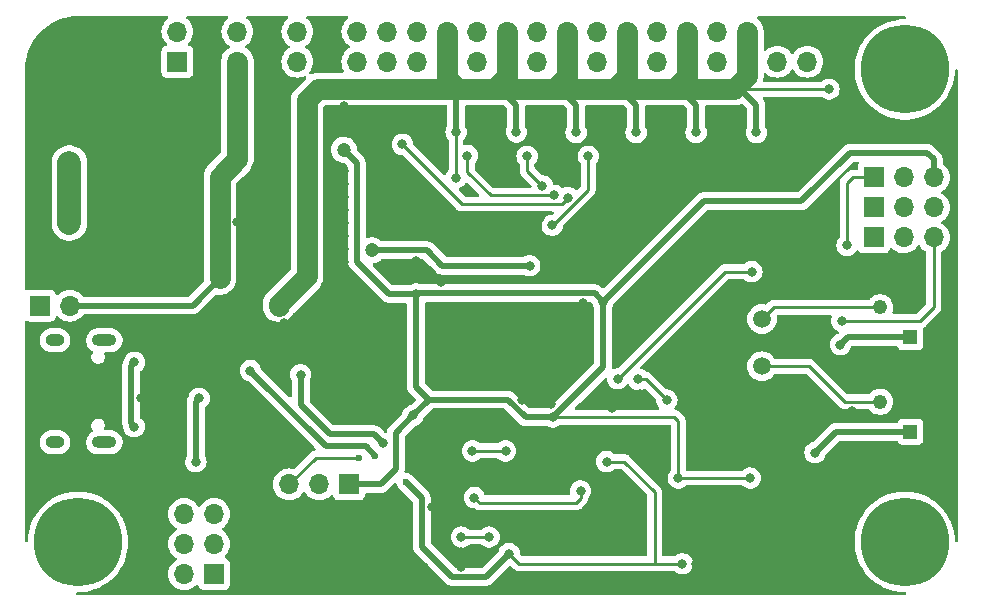
<source format=gbr>
%TF.GenerationSoftware,KiCad,Pcbnew,8.0.5*%
%TF.CreationDate,2024-10-04T16:45:10+08:00*%
%TF.ProjectId,Chao Recruit,4368616f-2052-4656-9372-7569742e6b69,rev?*%
%TF.SameCoordinates,Original*%
%TF.FileFunction,Copper,L2,Bot*%
%TF.FilePolarity,Positive*%
%FSLAX46Y46*%
G04 Gerber Fmt 4.6, Leading zero omitted, Abs format (unit mm)*
G04 Created by KiCad (PCBNEW 8.0.5) date 2024-10-04 16:45:10*
%MOMM*%
%LPD*%
G01*
G04 APERTURE LIST*
%TA.AperFunction,ComponentPad*%
%ADD10R,1.700000X1.700000*%
%TD*%
%TA.AperFunction,ComponentPad*%
%ADD11O,1.700000X1.700000*%
%TD*%
%TA.AperFunction,ComponentPad*%
%ADD12R,1.222000X1.222000*%
%TD*%
%TA.AperFunction,ComponentPad*%
%ADD13C,1.222000*%
%TD*%
%TA.AperFunction,ComponentPad*%
%ADD14C,1.500000*%
%TD*%
%TA.AperFunction,ComponentPad*%
%ADD15C,4.700000*%
%TD*%
%TA.AperFunction,ConnectorPad*%
%ADD16C,7.500000*%
%TD*%
%TA.AperFunction,ComponentPad*%
%ADD17O,2.100000X1.000000*%
%TD*%
%TA.AperFunction,ComponentPad*%
%ADD18O,1.600000X1.000000*%
%TD*%
%TA.AperFunction,ViaPad*%
%ADD19C,1.200000*%
%TD*%
%TA.AperFunction,ViaPad*%
%ADD20C,0.800000*%
%TD*%
%TA.AperFunction,ViaPad*%
%ADD21C,0.600000*%
%TD*%
%TA.AperFunction,Conductor*%
%ADD22C,1.750000*%
%TD*%
%TA.AperFunction,Conductor*%
%ADD23C,0.500000*%
%TD*%
%TA.AperFunction,Conductor*%
%ADD24C,0.250000*%
%TD*%
%TA.AperFunction,Conductor*%
%ADD25C,2.000000*%
%TD*%
G04 APERTURE END LIST*
D10*
%TO.P,J101,1,Pin_1*%
%TO.N,+3V3*%
X77960002Y-90135000D03*
D11*
%TO.P,J101,2,Pin_2*%
%TO.N,/SWDIO-PA13*%
X75420002Y-90135000D03*
%TO.P,J101,3,Pin_3*%
%TO.N,/SWCLK-PA14*%
X72880003Y-90135000D03*
%TO.P,J101,4,Pin_4*%
%TO.N,GND*%
X70340002Y-90135000D03*
%TD*%
D12*
%TO.P,RV201,1,1*%
%TO.N,Net-(U201A--)*%
X125450000Y-85680000D03*
D13*
%TO.P,RV201,2,2*%
%TO.N,/ANA1_MCU-PA0*%
X122910000Y-83140000D03*
%TO.P,RV201,3,3*%
%TO.N,GND*%
X125450000Y-80600000D03*
%TD*%
D10*
%TO.P,J202,1,Pin_1*%
%TO.N,VCC*%
X63412082Y-54350000D03*
D11*
%TO.P,J202,2,Pin_2*%
X63412082Y-51810000D03*
%TO.P,J202,3,Pin_3*%
%TO.N,GND*%
X65952082Y-54350000D03*
%TO.P,J202,4,Pin_4*%
X65952082Y-51810000D03*
%TO.P,J202,5,Pin_5*%
%TO.N,+5V*%
X68492081Y-54350000D03*
%TO.P,J202,6,Pin_6*%
X68492082Y-51810000D03*
%TO.P,J202,7,Pin_7*%
%TO.N,GND*%
X71032082Y-54350000D03*
%TO.P,J202,8,Pin_8*%
X71032082Y-51810000D03*
%TO.P,J202,9,Pin_9*%
%TO.N,+3V3*%
X73572082Y-54350000D03*
%TO.P,J202,10,Pin_10*%
X73572082Y-51810000D03*
%TO.P,J202,11,Pin_11*%
%TO.N,GND*%
X76112082Y-54350000D03*
%TO.P,J202,12,Pin_12*%
X76112082Y-51810000D03*
%TD*%
D10*
%TO.P,J213,1,Pin_1*%
%TO.N,/HMI/ANA1_INP*%
X122370000Y-69220000D03*
D11*
%TO.P,J213,2,Pin_2*%
%TO.N,/HMI/ANA1_OA*%
X124910000Y-69220000D03*
%TO.P,J213,3,Pin_3*%
%TO.N,V_{OA}*%
X127449999Y-69220000D03*
%TD*%
D10*
%TO.P,JP101,1,A*%
%TO.N,VBUS_{USB1}*%
X51775000Y-75000000D03*
D11*
%TO.P,JP101,2,B*%
%TO.N,+5V*%
X54315000Y-75000000D03*
%TD*%
D10*
%TO.P,J214,1,Pin_1*%
%TO.N,/HMI/ANA2_INP*%
X122370000Y-66680000D03*
D11*
%TO.P,J214,2,Pin_2*%
%TO.N,/HMI/ANA2_OA*%
X124910000Y-66680000D03*
%TO.P,J214,3,Pin_3*%
%TO.N,V_{OA}*%
X127449999Y-66680000D03*
%TD*%
D14*
%TO.P,TP203,1,1*%
%TO.N,/ANA2_MCU-PA1*%
X112910000Y-76140000D03*
%TD*%
D10*
%TO.P,J207,1,Pin_1*%
%TO.N,/Communications/CAN_H*%
X66530002Y-97725000D03*
D11*
%TO.P,J207,2,Pin_2*%
X63990002Y-97725000D03*
%TO.P,J207,3,Pin_3*%
%TO.N,/Communications/CAN_L*%
X66530002Y-95185000D03*
%TO.P,J207,4,Pin_4*%
X63990002Y-95185000D03*
%TO.P,J207,5,Pin_5*%
X66530002Y-92645001D03*
%TO.P,J207,6,Pin_6*%
%TO.N,/Communications/CAN_H_{TERMINATED}*%
X63990002Y-92645000D03*
%TD*%
D10*
%TO.P,J204,1,Pin_1*%
%TO.N,GND*%
X116752081Y-51810000D03*
D11*
%TO.P,J204,2,Pin_2*%
%TO.N,/HMI/ANA2_INP*%
X116752081Y-54350000D03*
%TO.P,J204,3,Pin_3*%
%TO.N,GND*%
X114212081Y-51810000D03*
%TO.P,J204,4,Pin_4*%
%TO.N,/HMI/ANA1_INP*%
X114212081Y-54350000D03*
%TO.P,J204,5,Pin_5*%
%TO.N,VCC_{F}*%
X111672082Y-51810000D03*
%TO.P,J204,6,Pin_6*%
X111672081Y-54350000D03*
%TO.P,J204,7,Pin_7*%
%TO.N,/HMI/MOS1-*%
X109132081Y-51810000D03*
%TO.P,J204,8,Pin_8*%
X109132081Y-54350000D03*
%TO.P,J204,9,Pin_9*%
%TO.N,VCC_{F}*%
X106592081Y-51810000D03*
%TO.P,J204,10,Pin_10*%
X106592081Y-54350000D03*
%TO.P,J204,11,Pin_11*%
%TO.N,/HMI/MOS2-*%
X104052081Y-51810000D03*
%TO.P,J204,12,Pin_12*%
X104052081Y-54350000D03*
%TO.P,J204,13,Pin_13*%
%TO.N,VCC_{F}*%
X101512081Y-51810000D03*
%TO.P,J204,14,Pin_14*%
X101512081Y-54350000D03*
%TO.P,J204,15,Pin_15*%
%TO.N,/HMI/MOS3-*%
X98972080Y-51810000D03*
%TO.P,J204,16,Pin_16*%
X98972081Y-54350000D03*
%TO.P,J204,17,Pin_17*%
%TO.N,VCC_{F}*%
X96432081Y-51810000D03*
%TO.P,J204,18,Pin_18*%
X96432081Y-54350000D03*
%TO.P,J204,19,Pin_19*%
%TO.N,/HMI/MOS4-*%
X93892081Y-51810000D03*
%TO.P,J204,20,Pin_20*%
X93892081Y-54350000D03*
%TO.P,J204,21,Pin_21*%
%TO.N,VCC_{F}*%
X91352081Y-51810000D03*
%TO.P,J204,22,Pin_22*%
X91352081Y-54350000D03*
%TO.P,J204,23,Pin_23*%
%TO.N,/HMI/MOS5-*%
X88812082Y-51810000D03*
%TO.P,J204,24,Pin_24*%
X88812081Y-54350000D03*
%TO.P,J204,25,Pin_25*%
%TO.N,VCC_{F}*%
X86272081Y-51810000D03*
%TO.P,J204,26,Pin_26*%
X86272081Y-54350000D03*
%TO.P,J204,27,Pin_27*%
%TO.N,/HMI/MOS6-*%
X83732081Y-51810000D03*
%TO.P,J204,28,Pin_28*%
X83732081Y-54350000D03*
%TO.P,J204,29,Pin_29*%
%TO.N,/DIG_IN1*%
X81192081Y-51810000D03*
%TO.P,J204,30,Pin_30*%
%TO.N,/DIG_IN2*%
X81192081Y-54350000D03*
%TO.P,J204,31,Pin_31*%
%TO.N,/DIG_IN3*%
X78652082Y-51810000D03*
%TO.P,J204,32,Pin_32*%
%TO.N,/DIG_IN4*%
X78652081Y-54350000D03*
%TD*%
D15*
%TO.P,H101,1,1*%
%TO.N,GND*%
X55000000Y-55000000D03*
D16*
X55000000Y-55000000D03*
%TD*%
D14*
%TO.P,TP201,1,1*%
%TO.N,/ANA1_MCU-PA0*%
X112910000Y-80140000D03*
%TD*%
D10*
%TO.P,J211,1,Pin_1*%
%TO.N,VCC_{F}*%
X122370000Y-64140000D03*
D11*
%TO.P,J211,2,Pin_2*%
%TO.N,V_{OA}*%
X124910000Y-64140000D03*
%TO.P,J211,3,Pin_3*%
%TO.N,+3V3*%
X127449999Y-64140000D03*
%TD*%
D15*
%TO.P,H103,1,1*%
%TO.N,unconnected-(H103-Pad1)_2*%
X55000000Y-95000000D03*
D16*
%TO.N,unconnected-(H103-Pad1)*%
X55000000Y-95000000D03*
%TD*%
D14*
%TO.P,TP202,1,1*%
%TO.N,GND*%
X119950000Y-90200000D03*
%TD*%
D15*
%TO.P,H102,1,1*%
%TO.N,unconnected-(H102-Pad1)_1*%
X125000000Y-55000000D03*
D16*
%TO.N,unconnected-(H102-Pad1)_2*%
X125000000Y-55000000D03*
%TD*%
D15*
%TO.P,H104,1,1*%
%TO.N,unconnected-(H104-Pad1)_1*%
X125000000Y-95000000D03*
D16*
%TO.N,unconnected-(H104-Pad1)*%
X125000000Y-95000000D03*
%TD*%
D10*
%TO.P,J205,1,Pin_1*%
%TO.N,GND*%
X51725000Y-62920000D03*
D11*
%TO.P,J205,2,Pin_2*%
%TO.N,VCC*%
X54265000Y-62920000D03*
%TO.P,J205,3,Pin_3*%
%TO.N,GND*%
X51725000Y-65460000D03*
%TO.P,J205,4,Pin_4*%
%TO.N,VCC*%
X54265000Y-65460000D03*
%TO.P,J205,5,Pin_5*%
%TO.N,GND*%
X51725000Y-68000000D03*
%TO.P,J205,6,Pin_6*%
%TO.N,VCC*%
X54265000Y-68000000D03*
%TD*%
D17*
%TO.P,J301,S1,SHIELD*%
%TO.N,unconnected-(J301-SHIELD-PadS1)_1*%
X57230000Y-77930000D03*
D18*
%TO.N,unconnected-(J301-SHIELD-PadS1)_3*%
X53050000Y-77930000D03*
D17*
%TO.N,unconnected-(J301-SHIELD-PadS1)*%
X57230000Y-86570000D03*
D18*
%TO.N,unconnected-(J301-SHIELD-PadS1)_2*%
X53050000Y-86570000D03*
%TD*%
D12*
%TO.P,RV202,1,1*%
%TO.N,Net-(U201B--)*%
X125450000Y-77680000D03*
D13*
%TO.P,RV202,2,2*%
%TO.N,/ANA2_MCU-PA1*%
X122910000Y-75140000D03*
%TO.P,RV202,3,3*%
%TO.N,GND*%
X125450000Y-72600000D03*
%TD*%
D19*
%TO.N,+5V*%
X67000000Y-72700000D03*
D20*
X93250000Y-71625000D03*
D19*
X79887500Y-70312500D03*
D20*
X73850000Y-80850000D03*
D19*
X67000000Y-64100000D03*
D20*
X80800000Y-86650000D03*
%TO.N,GND*%
X77500000Y-71322182D03*
D21*
X61250000Y-54300000D03*
D20*
X120550000Y-87250000D03*
X118250000Y-76300000D03*
X68250000Y-96475000D03*
X97418199Y-78750000D03*
D21*
X60500000Y-54300000D03*
D20*
X62450000Y-96400000D03*
X67575000Y-84925000D03*
X89707501Y-60362501D03*
X64950000Y-65050000D03*
X76300000Y-78800000D03*
X64975000Y-58900000D03*
X77500000Y-65822183D03*
X113416667Y-93100001D03*
X119400000Y-87250000D03*
X110032081Y-60390000D03*
X97768200Y-74800004D03*
X114687500Y-70787500D03*
X65850001Y-58900000D03*
X107316667Y-96900000D03*
D19*
X59575000Y-86925000D03*
D20*
X115950000Y-76300000D03*
X115500000Y-62450000D03*
X82550001Y-95799999D03*
X83618200Y-71250001D03*
X57950000Y-65575000D03*
X77500000Y-70222182D03*
X116049999Y-82550000D03*
X121600000Y-87250000D03*
X60337500Y-82837500D03*
X104932081Y-60390002D03*
X107216668Y-90700002D03*
X68400000Y-78700000D03*
X117250000Y-83700000D03*
X80318200Y-83000001D03*
X71425000Y-96475000D03*
X113387500Y-71762500D03*
X102600000Y-82500000D03*
X101220000Y-62790002D03*
X97800000Y-71500000D03*
X58925000Y-70350000D03*
X94777919Y-60390000D03*
X71050001Y-59000000D03*
X77500000Y-59222184D03*
X92100000Y-92700000D03*
X111394580Y-62790000D03*
X96140418Y-62790000D03*
D19*
X59575000Y-78350000D03*
D20*
X90600000Y-81350000D03*
X99857501Y-60390002D03*
X85755853Y-72962348D03*
X106600000Y-80750000D03*
X72500000Y-65800000D03*
X101116667Y-90700002D03*
X95112501Y-72575002D03*
X107316666Y-93100001D03*
X77500000Y-77924999D03*
X77500000Y-74625000D03*
X85850001Y-93050000D03*
X94250000Y-87450000D03*
X95072695Y-83355042D03*
X77500000Y-76824999D03*
X85400000Y-65750000D03*
X77500000Y-64722182D03*
X98500000Y-86000000D03*
X72400000Y-78400000D03*
X91070000Y-62762501D03*
X96550000Y-76250000D03*
X63125000Y-80575000D03*
X100525000Y-64650000D03*
X77500000Y-68022182D03*
X91650000Y-90600000D03*
X58000000Y-69425000D03*
X94239880Y-70164574D03*
X71050001Y-60100000D03*
X68500001Y-67950000D03*
X108316666Y-91600000D03*
X77500000Y-58122184D03*
X90952443Y-84509550D03*
X92618200Y-82950002D03*
X87450001Y-97099999D03*
X104750000Y-86000000D03*
X82850000Y-92150000D03*
X58025000Y-70350000D03*
X57975000Y-67525000D03*
X85970000Y-62750000D03*
X76599999Y-68049999D03*
X57975000Y-66500000D03*
X80050001Y-92399999D03*
X100200000Y-83700000D03*
X96850000Y-64650000D03*
X120550000Y-83900000D03*
X77500000Y-60322183D03*
X95112500Y-70525002D03*
X94268200Y-86300001D03*
X86100000Y-76050000D03*
X79468200Y-84300002D03*
X82184048Y-81408850D03*
X93050000Y-87400000D03*
X108850000Y-82500000D03*
D21*
X59700000Y-54300000D03*
D20*
X123225000Y-73375000D03*
X96800000Y-71500000D03*
X72500001Y-66650001D03*
X72800000Y-96500000D03*
X102116666Y-91600000D03*
X84250000Y-97100000D03*
X98700000Y-71500000D03*
X77500000Y-75724999D03*
X94250000Y-89350000D03*
X94100000Y-67600000D03*
X76550001Y-93100001D03*
X114716666Y-93100002D03*
X87450001Y-95900000D03*
X72500001Y-67500000D03*
X113416666Y-90900001D03*
X72400000Y-77500000D03*
X82550000Y-98399999D03*
X63450000Y-85175000D03*
X85700000Y-81000000D03*
D21*
X61700000Y-73750000D03*
D20*
X113416666Y-96900000D03*
X96800000Y-70500000D03*
X91000000Y-92700000D03*
X82550001Y-97100000D03*
X84950000Y-92024999D03*
X93118200Y-86300001D03*
X121925000Y-79050000D03*
X91050000Y-78000000D03*
X99800000Y-91650000D03*
X117250000Y-82500000D03*
X106450000Y-83700000D03*
X84607501Y-60350000D03*
X116050000Y-83700000D03*
D21*
X59700000Y-55000000D03*
D20*
X106294580Y-62790002D03*
X101116666Y-93100001D03*
X72400000Y-76500000D03*
X57975000Y-68450000D03*
X72500000Y-68699999D03*
X112053750Y-68912500D03*
X77500000Y-63622183D03*
D21*
X61250000Y-55000000D03*
X60600000Y-72750000D03*
D20*
X88075000Y-65325000D03*
X116037500Y-71787500D03*
X77500000Y-69122183D03*
X117050000Y-76300000D03*
X77500000Y-66922183D03*
X72400000Y-79550000D03*
X84250002Y-98400000D03*
%TO.N,+3V3*%
X83350000Y-84300000D03*
X99450000Y-74663600D03*
X83600000Y-74000000D03*
X105816666Y-89600000D03*
X95200000Y-84450000D03*
D19*
X77497183Y-61800000D03*
D20*
X111916666Y-89600000D03*
%TO.N,VCC_{F}*%
X107332081Y-60340002D03*
D19*
X72000000Y-75000000D03*
D20*
X99750000Y-88200000D03*
X102257501Y-60340002D03*
X106150000Y-96850000D03*
X112432081Y-60340000D03*
X92107501Y-60312501D03*
X120106434Y-69897312D03*
X87000000Y-64200000D03*
X97177919Y-60340000D03*
X69600000Y-80500000D03*
X118575000Y-56675000D03*
X87007501Y-60300000D03*
D21*
X80150000Y-87705331D03*
D20*
X91500000Y-96000000D03*
D21*
X82775000Y-89975000D03*
D20*
%TO.N,V_{OA}*%
X119650000Y-76300000D03*
%TO.N,/BOOT0*%
X97550000Y-90700000D03*
X88550000Y-91250000D03*
%TO.N,VBUS_{USB1}*%
X64975000Y-88225000D03*
X65250000Y-82850000D03*
%TO.N,Net-(F301-Pad1)*%
X59750764Y-85242467D03*
X59775000Y-79800000D03*
D21*
%TO.N,/SWCLK-PA14*%
X78775000Y-87875000D03*
D20*
%TO.N,/USR_LED2_MCU-PC14*%
X102450000Y-81250000D03*
X104850000Y-83000000D03*
%TO.N,/HMI/MOS3_CTRL*%
X95150000Y-68200000D03*
X98200000Y-62350000D03*
%TO.N,/HMI/MOS4_CTRL*%
X93020000Y-62350000D03*
X94300000Y-64850000D03*
%TO.N,/HMI/MOS5_CTRL*%
X95325000Y-65675000D03*
X87970000Y-62300000D03*
%TO.N,/HMI/MOS6_CTRL*%
X96500000Y-65850000D03*
X82470000Y-61350000D03*
%TO.N,Net-(U201A--)*%
X117400000Y-87450000D03*
%TO.N,Net-(U201B--)*%
X119550000Y-78300000D03*
%TO.N,/CAN_RX_MCU-PB9*%
X87450002Y-94600000D03*
X89800000Y-94600000D03*
%TO.N,/STATUS_LED1_MCU-PB7*%
X88393200Y-87300000D03*
X91200000Y-87300000D03*
%TO.N,/STATUS_LED2_MCU-PC15*%
X100700000Y-81200000D03*
X112050000Y-72125000D03*
%TD*%
D22*
%TO.N,+5V*%
X67000000Y-72700000D02*
X67000000Y-64100000D01*
D23*
X64700000Y-75000000D02*
X67000000Y-72700000D01*
X79887500Y-70312500D02*
X84537500Y-70312500D01*
D22*
X68492081Y-62607919D02*
X68492081Y-54350000D01*
D23*
X80800000Y-86650000D02*
X80050000Y-85900000D01*
X84537500Y-70312500D02*
X85850000Y-71625000D01*
X76300000Y-85900000D02*
X73850000Y-83450000D01*
X54315000Y-75000000D02*
X64700000Y-75000000D01*
X80050000Y-85900000D02*
X76300000Y-85900000D01*
X73850000Y-83450000D02*
X73850000Y-80850000D01*
D22*
X67000000Y-64100000D02*
X68492081Y-62607919D01*
D23*
X85850000Y-71625000D02*
X93250000Y-71625000D01*
%TO.N,+3V3*%
X81900000Y-88850000D02*
X80615000Y-90135000D01*
X98736404Y-73950004D02*
X83649996Y-73950004D01*
X78600000Y-71275000D02*
X78600000Y-62902817D01*
X83649996Y-73950004D02*
X83600000Y-74000000D01*
X99450000Y-74663600D02*
X98736404Y-73950004D01*
X83600000Y-81850000D02*
X84700000Y-82950000D01*
X78600000Y-62902817D02*
X77497183Y-61800000D01*
X120350000Y-62050000D02*
X126900000Y-62050000D01*
D24*
X105500000Y-84450000D02*
X95200000Y-84450000D01*
D23*
X83350000Y-84300000D02*
X81900000Y-85750000D01*
X92900000Y-84450000D02*
X95200000Y-84450000D01*
X99450000Y-74663600D02*
X99450000Y-80200000D01*
D24*
X111916666Y-89600000D02*
X105816666Y-89600000D01*
D23*
X99450000Y-80200000D02*
X95200000Y-84450000D01*
X126900000Y-62050000D02*
X127449999Y-62599999D01*
X91400000Y-82950000D02*
X92900000Y-84450000D01*
X83600000Y-74000000D02*
X81325000Y-74000000D01*
X83350000Y-84300000D02*
X84700000Y-82950000D01*
X81325000Y-74000000D02*
X78600000Y-71275000D01*
X83600000Y-74000000D02*
X83600000Y-81850000D01*
D24*
X105816666Y-84766666D02*
X105500000Y-84450000D01*
D23*
X127449999Y-62599999D02*
X127449999Y-64140000D01*
X84700000Y-82950000D02*
X91400000Y-82950000D01*
X81900000Y-85750000D02*
X81900000Y-88850000D01*
X99450000Y-74663600D02*
X107963600Y-66150000D01*
D24*
X105816666Y-89600000D02*
X105816666Y-84766666D01*
D23*
X80615000Y-90135000D02*
X77960002Y-90135000D01*
X107963600Y-66150000D02*
X116250000Y-66150000D01*
X116250000Y-66150000D02*
X120350000Y-62050000D01*
%TO.N,VCC_{F}*%
X92107501Y-60312501D02*
X92107501Y-57980420D01*
D24*
X120585000Y-64140000D02*
X122370000Y-64140000D01*
D23*
X84100000Y-91300000D02*
X84100000Y-95400000D01*
X82775000Y-89975000D02*
X84100000Y-91300000D01*
D22*
X86272081Y-55777079D02*
X87007501Y-56512499D01*
D23*
X87007501Y-60300000D02*
X87007501Y-56512499D01*
D22*
X74400000Y-72500000D02*
X74400000Y-57600000D01*
X101512081Y-51810000D02*
X101512081Y-55537503D01*
D24*
X110604794Y-56675000D02*
X110576978Y-56647184D01*
D23*
X86649999Y-97949999D02*
X89550001Y-97949999D01*
D24*
X101250000Y-88200000D02*
X103825000Y-90775000D01*
D22*
X91352081Y-55520002D02*
X90499582Y-56372501D01*
X72000000Y-75000000D02*
X72000000Y-74900000D01*
X96432081Y-55537919D02*
X95570000Y-56400000D01*
D23*
X89550001Y-97949999D02*
X91500000Y-96000000D01*
D24*
X98675000Y-96850000D02*
X92350000Y-96850000D01*
D22*
X111672082Y-55552080D02*
X111672082Y-51810000D01*
D24*
X92350000Y-96850000D02*
X91500000Y-96000000D01*
D23*
X76000000Y-86900000D02*
X69600000Y-80500000D01*
D24*
X120106434Y-69897312D02*
X120106434Y-64618566D01*
X87007501Y-60300000D02*
X87007501Y-64192499D01*
D23*
X102257501Y-60340002D02*
X102257501Y-58007921D01*
D22*
X101512081Y-55537503D02*
X100649582Y-56400002D01*
D23*
X107332081Y-60340002D02*
X107332081Y-58007921D01*
D22*
X86272081Y-51810000D02*
X86272081Y-55777079D01*
D24*
X99750000Y-88200000D02*
X101250000Y-88200000D01*
X103825000Y-90775000D02*
X103825000Y-96850000D01*
X103825000Y-96850000D02*
X98675000Y-96850000D01*
D22*
X106592081Y-55532083D02*
X105724162Y-56400002D01*
X74400000Y-57600000D02*
X75352816Y-56647184D01*
D23*
X84100000Y-95400000D02*
X86649999Y-97949999D01*
X80150000Y-87705331D02*
X79344669Y-86900000D01*
X107332081Y-58007921D02*
X105724162Y-56400002D01*
D24*
X87007501Y-64192499D02*
X87000000Y-64200000D01*
D23*
X112432081Y-60340000D02*
X112432081Y-58007919D01*
D24*
X120106434Y-64618566D02*
X120585000Y-64140000D01*
D23*
X97177919Y-60340000D02*
X97177919Y-58007919D01*
D22*
X110576978Y-56647184D02*
X111672082Y-55552080D01*
D23*
X112432081Y-58007919D02*
X110824162Y-56400000D01*
X97177919Y-58007919D02*
X95570000Y-56400000D01*
D22*
X106592081Y-51810000D02*
X106592081Y-55532083D01*
D23*
X92107501Y-57980420D02*
X90499582Y-56372501D01*
X102257501Y-58007921D02*
X100649582Y-56400002D01*
D22*
X96432081Y-51810000D02*
X96432081Y-55537919D01*
D24*
X118575000Y-56675000D02*
X110604794Y-56675000D01*
X106150000Y-96850000D02*
X103825000Y-96850000D01*
D22*
X72000000Y-74900000D02*
X74400000Y-72500000D01*
D23*
X79344669Y-86900000D02*
X76000000Y-86900000D01*
D22*
X91352081Y-51810000D02*
X91352081Y-55520002D01*
X75352816Y-56647184D02*
X110576978Y-56647184D01*
D25*
%TO.N,VCC*%
X54265000Y-68000000D02*
X54265000Y-62920000D01*
D24*
%TO.N,V_{OA}*%
X119650000Y-76300000D02*
X126275000Y-76300000D01*
X127449999Y-75125001D02*
X127449999Y-69220000D01*
X126275000Y-76300000D02*
X127449999Y-75125001D01*
%TO.N,/BOOT0*%
X97550000Y-91300000D02*
X97550000Y-90700000D01*
X89000000Y-91700000D02*
X97150000Y-91700000D01*
X97150000Y-91700000D02*
X97550000Y-91300000D01*
X88550000Y-91250000D02*
X89000000Y-91700000D01*
D23*
%TO.N,VBUS_{USB1}*%
X64975000Y-83125000D02*
X65250000Y-82850000D01*
X64975000Y-88225000D02*
X64975000Y-83125000D01*
%TO.N,Net-(F301-Pad1)*%
X59487500Y-84979203D02*
X59750764Y-85242467D01*
X59487500Y-80087500D02*
X59487500Y-84979203D01*
X59775000Y-79800000D02*
X59487500Y-80087500D01*
D24*
%TO.N,/SWCLK-PA14*%
X78775000Y-87875000D02*
X75140003Y-87875000D01*
X75140003Y-87875000D02*
X72880003Y-90135000D01*
%TO.N,/USR_LED2_MCU-PC14*%
X102450000Y-81250000D02*
X103100000Y-81250000D01*
X103100000Y-81250000D02*
X104850000Y-83000000D01*
%TO.N,/HMI/MOS3_CTRL*%
X95175305Y-68200000D02*
X95150000Y-68200000D01*
X98200000Y-62350000D02*
X98200000Y-65175305D01*
X98200000Y-65175305D02*
X95175305Y-68200000D01*
%TO.N,/HMI/MOS4_CTRL*%
X94300000Y-64850000D02*
X93020000Y-63570000D01*
X93020000Y-63570000D02*
X93020000Y-62350000D01*
%TO.N,/HMI/MOS5_CTRL*%
X89945000Y-65675000D02*
X87970000Y-63700000D01*
X87970000Y-63700000D02*
X87970000Y-62300000D01*
X95325000Y-65675000D02*
X89945000Y-65675000D01*
%TO.N,/HMI/MOS6_CTRL*%
X96500000Y-65850000D02*
X95950000Y-66400000D01*
X87520000Y-66400000D02*
X82470000Y-61350000D01*
X95950000Y-66400000D02*
X87520000Y-66400000D01*
%TO.N,/ANA1_MCU-PA0*%
X119910000Y-83140000D02*
X116910000Y-80140000D01*
X122910000Y-83140000D02*
X119910000Y-83140000D01*
X116910000Y-80140000D02*
X112910000Y-80140000D01*
D23*
%TO.N,Net-(U201A--)*%
X119170000Y-85680000D02*
X125450000Y-85680000D01*
X117400000Y-87450000D02*
X119170000Y-85680000D01*
%TO.N,Net-(U201B--)*%
X125450000Y-77680000D02*
X120170000Y-77680000D01*
X120170000Y-77680000D02*
X119550000Y-78300000D01*
D24*
%TO.N,/ANA2_MCU-PA1*%
X122910000Y-75140000D02*
X113910000Y-75140000D01*
X113910000Y-75140000D02*
X112910000Y-76140000D01*
%TO.N,/CAN_RX_MCU-PB9*%
X89800000Y-94600000D02*
X87450002Y-94600000D01*
%TO.N,/STATUS_LED1_MCU-PB7*%
X91200000Y-87300000D02*
X88393200Y-87300000D01*
%TO.N,/STATUS_LED2_MCU-PC15*%
X109775000Y-72125000D02*
X100700000Y-81200000D01*
X112050000Y-72125000D02*
X109775000Y-72125000D01*
%TD*%
%TA.AperFunction,Conductor*%
%TO.N,GND*%
G36*
X99714794Y-81099084D02*
G01*
X99770728Y-81140956D01*
X99794782Y-81202304D01*
X99814326Y-81388256D01*
X99814327Y-81388259D01*
X99872818Y-81568277D01*
X99872821Y-81568284D01*
X99967467Y-81732216D01*
X100094129Y-81872888D01*
X100247265Y-81984148D01*
X100247270Y-81984151D01*
X100420192Y-82061142D01*
X100420197Y-82061144D01*
X100605354Y-82100500D01*
X100605355Y-82100500D01*
X100794644Y-82100500D01*
X100794646Y-82100500D01*
X100979803Y-82061144D01*
X101152730Y-81984151D01*
X101305871Y-81872888D01*
X101432533Y-81732216D01*
X101453180Y-81696455D01*
X101503744Y-81648240D01*
X101572351Y-81635016D01*
X101637216Y-81660983D01*
X101667952Y-81696454D01*
X101717467Y-81782216D01*
X101799109Y-81872888D01*
X101844129Y-81922888D01*
X101997265Y-82034148D01*
X101997270Y-82034151D01*
X102170192Y-82111142D01*
X102170197Y-82111144D01*
X102355354Y-82150500D01*
X102355355Y-82150500D01*
X102544644Y-82150500D01*
X102544646Y-82150500D01*
X102729803Y-82111144D01*
X102891875Y-82038983D01*
X102961125Y-82029699D01*
X103024401Y-82059327D01*
X103029992Y-82064582D01*
X103911038Y-82945628D01*
X103944523Y-83006951D01*
X103946678Y-83020347D01*
X103948561Y-83038259D01*
X103964326Y-83188256D01*
X103964327Y-83188259D01*
X104022818Y-83368277D01*
X104022821Y-83368284D01*
X104117464Y-83532212D01*
X104117465Y-83532214D01*
X104117467Y-83532216D01*
X104194284Y-83617530D01*
X104224513Y-83680519D01*
X104215888Y-83749854D01*
X104171147Y-83803520D01*
X104104494Y-83824478D01*
X104102133Y-83824500D01*
X97186230Y-83824500D01*
X97119191Y-83804815D01*
X97073436Y-83752011D01*
X97063492Y-83682853D01*
X97092517Y-83619297D01*
X97098549Y-83612819D01*
X97493091Y-83218277D01*
X99583782Y-81127583D01*
X99645103Y-81094100D01*
X99714794Y-81099084D01*
G37*
%TD.AperFunction*%
%TA.AperFunction,Conductor*%
G36*
X98441213Y-74720189D02*
G01*
X98461855Y-74736823D01*
X98537228Y-74812196D01*
X98567478Y-74861558D01*
X98622819Y-75031880D01*
X98622821Y-75031884D01*
X98682887Y-75135921D01*
X98699500Y-75197921D01*
X98699500Y-79837769D01*
X98679815Y-79904808D01*
X98663181Y-79925450D01*
X95047228Y-83541402D01*
X94985905Y-83574887D01*
X94985329Y-83575011D01*
X94920196Y-83588856D01*
X94920192Y-83588857D01*
X94747270Y-83665848D01*
X94747265Y-83665851D01*
X94733548Y-83675818D01*
X94667742Y-83699298D01*
X94660663Y-83699500D01*
X93262229Y-83699500D01*
X93195190Y-83679815D01*
X93174548Y-83663181D01*
X91878421Y-82367052D01*
X91878414Y-82367046D01*
X91801197Y-82315452D01*
X91801197Y-82315453D01*
X91755491Y-82284913D01*
X91618917Y-82228343D01*
X91618907Y-82228340D01*
X91473920Y-82199500D01*
X91473918Y-82199500D01*
X85062230Y-82199500D01*
X84995191Y-82179815D01*
X84974549Y-82163181D01*
X84386819Y-81575451D01*
X84353334Y-81514128D01*
X84350500Y-81487770D01*
X84350500Y-74824504D01*
X84370185Y-74757465D01*
X84422989Y-74711710D01*
X84474500Y-74700504D01*
X98374174Y-74700504D01*
X98441213Y-74720189D01*
G37*
%TD.AperFunction*%
%TA.AperFunction,Conductor*%
G36*
X72761478Y-50520185D02*
G01*
X72807233Y-50572989D01*
X72817177Y-50642147D01*
X72788152Y-50705703D01*
X72765562Y-50726075D01*
X72700678Y-50771506D01*
X72533587Y-50938597D01*
X72398047Y-51132169D01*
X72398046Y-51132171D01*
X72298180Y-51346335D01*
X72298176Y-51346344D01*
X72237020Y-51574586D01*
X72237018Y-51574596D01*
X72216423Y-51809999D01*
X72216423Y-51810000D01*
X72237018Y-52045403D01*
X72237020Y-52045413D01*
X72298176Y-52273655D01*
X72298178Y-52273659D01*
X72298179Y-52273663D01*
X72342891Y-52369547D01*
X72398047Y-52487830D01*
X72398049Y-52487834D01*
X72407582Y-52501448D01*
X72533586Y-52681400D01*
X72533588Y-52681402D01*
X72700679Y-52848493D01*
X72700685Y-52848498D01*
X72886240Y-52978425D01*
X72929865Y-53033002D01*
X72937059Y-53102500D01*
X72905536Y-53164855D01*
X72886240Y-53181575D01*
X72700679Y-53311505D01*
X72533587Y-53478597D01*
X72398047Y-53672169D01*
X72398046Y-53672171D01*
X72298180Y-53886335D01*
X72298176Y-53886344D01*
X72237020Y-54114586D01*
X72237018Y-54114596D01*
X72216423Y-54349999D01*
X72216423Y-54350000D01*
X72237018Y-54585403D01*
X72237020Y-54585413D01*
X72298176Y-54813655D01*
X72298178Y-54813659D01*
X72298179Y-54813663D01*
X72390300Y-55011217D01*
X72398047Y-55027830D01*
X72398049Y-55027834D01*
X72407582Y-55041448D01*
X72533587Y-55221401D01*
X72700681Y-55388495D01*
X72779702Y-55443826D01*
X72894247Y-55524032D01*
X72894249Y-55524033D01*
X72894252Y-55524035D01*
X73108419Y-55623903D01*
X73336674Y-55685063D01*
X73513116Y-55700500D01*
X73572081Y-55705659D01*
X73572082Y-55705659D01*
X73572083Y-55705659D01*
X73631048Y-55700500D01*
X73807490Y-55685063D01*
X74035745Y-55623903D01*
X74138717Y-55575886D01*
X74207788Y-55565395D01*
X74271573Y-55593914D01*
X74309813Y-55652390D01*
X74310368Y-55722257D01*
X74278798Y-55775950D01*
X73350825Y-56703923D01*
X73350821Y-56703928D01*
X73227471Y-56873705D01*
X73227472Y-56873706D01*
X73223566Y-56879082D01*
X73125273Y-57071990D01*
X73125272Y-57071993D01*
X73058370Y-57277901D01*
X73024500Y-57491746D01*
X73024500Y-71878887D01*
X73004815Y-71945926D01*
X72988181Y-71966568D01*
X70950829Y-74003919D01*
X70950824Y-74003925D01*
X70879476Y-74102128D01*
X70871310Y-74113368D01*
X70847438Y-74146224D01*
X70823567Y-74179080D01*
X70725273Y-74371990D01*
X70725272Y-74371993D01*
X70658370Y-74577901D01*
X70624500Y-74791746D01*
X70624500Y-75108253D01*
X70658370Y-75322098D01*
X70725272Y-75528006D01*
X70725273Y-75528009D01*
X70795118Y-75665085D01*
X70823567Y-75720919D01*
X70950828Y-75896078D01*
X71103922Y-76049172D01*
X71279081Y-76176433D01*
X71373697Y-76224642D01*
X71471990Y-76274726D01*
X71471993Y-76274727D01*
X71530683Y-76293796D01*
X71677903Y-76341630D01*
X71891746Y-76375500D01*
X71891747Y-76375500D01*
X72108253Y-76375500D01*
X72108254Y-76375500D01*
X72322097Y-76341630D01*
X72528009Y-76274726D01*
X72720919Y-76176433D01*
X72896078Y-76049172D01*
X73049172Y-75896078D01*
X73176433Y-75720919D01*
X73221643Y-75632188D01*
X73244443Y-75600806D01*
X75449173Y-73396078D01*
X75532185Y-73281821D01*
X75576433Y-73220919D01*
X75674726Y-73028009D01*
X75688381Y-72985982D01*
X75713345Y-72909152D01*
X75720416Y-72887387D01*
X75741631Y-72822097D01*
X75772676Y-72626083D01*
X75775500Y-72608254D01*
X75775500Y-58221112D01*
X75795185Y-58154073D01*
X75811819Y-58133431D01*
X75886247Y-58059003D01*
X75947570Y-58025518D01*
X75973928Y-58022684D01*
X86133001Y-58022684D01*
X86200040Y-58042369D01*
X86245795Y-58095173D01*
X86257001Y-58146684D01*
X86257001Y-59765677D01*
X86240388Y-59827677D01*
X86180322Y-59931714D01*
X86167325Y-59971716D01*
X86121827Y-60111744D01*
X86102041Y-60300000D01*
X86121827Y-60488256D01*
X86121828Y-60488259D01*
X86180319Y-60668277D01*
X86180322Y-60668284D01*
X86274968Y-60832216D01*
X86310983Y-60872214D01*
X86350151Y-60915715D01*
X86380381Y-60978706D01*
X86382001Y-60998687D01*
X86382001Y-63492982D01*
X86362316Y-63560021D01*
X86350151Y-63575954D01*
X86267466Y-63667785D01*
X86172821Y-63831715D01*
X86172819Y-63831719D01*
X86152824Y-63893259D01*
X86113386Y-63950934D01*
X86049027Y-63978132D01*
X85980181Y-63966217D01*
X85947212Y-63942621D01*
X83408960Y-61404370D01*
X83375475Y-61343047D01*
X83373323Y-61329671D01*
X83355674Y-61161744D01*
X83297179Y-60981716D01*
X83202533Y-60817784D01*
X83075871Y-60677112D01*
X83075870Y-60677111D01*
X82922734Y-60565851D01*
X82922729Y-60565848D01*
X82749807Y-60488857D01*
X82749802Y-60488855D01*
X82604001Y-60457865D01*
X82564646Y-60449500D01*
X82375354Y-60449500D01*
X82342897Y-60456398D01*
X82190197Y-60488855D01*
X82190192Y-60488857D01*
X82017270Y-60565848D01*
X82017265Y-60565851D01*
X81864129Y-60677111D01*
X81737466Y-60817785D01*
X81642821Y-60981715D01*
X81642818Y-60981722D01*
X81596540Y-61124153D01*
X81584326Y-61161744D01*
X81564540Y-61350000D01*
X81584326Y-61538256D01*
X81584327Y-61538259D01*
X81642818Y-61718277D01*
X81642821Y-61718284D01*
X81737467Y-61882216D01*
X81864129Y-62022888D01*
X82017265Y-62134148D01*
X82017270Y-62134151D01*
X82190192Y-62211142D01*
X82190197Y-62211144D01*
X82375354Y-62250500D01*
X82434548Y-62250500D01*
X82501587Y-62270185D01*
X82522228Y-62286818D01*
X87034141Y-66798732D01*
X87034142Y-66798733D01*
X87121267Y-66885858D01*
X87165492Y-66915408D01*
X87223714Y-66954311D01*
X87337548Y-67001463D01*
X87458388Y-67025499D01*
X87458392Y-67025500D01*
X87458393Y-67025500D01*
X87458394Y-67025500D01*
X95165853Y-67025500D01*
X95232892Y-67045185D01*
X95278647Y-67097989D01*
X95288591Y-67167147D01*
X95259566Y-67230703D01*
X95253534Y-67237181D01*
X95227534Y-67263181D01*
X95166211Y-67296666D01*
X95139853Y-67299500D01*
X95055354Y-67299500D01*
X95022897Y-67306398D01*
X94870197Y-67338855D01*
X94870192Y-67338857D01*
X94697270Y-67415848D01*
X94697265Y-67415851D01*
X94544129Y-67527111D01*
X94417466Y-67667785D01*
X94322821Y-67831715D01*
X94322818Y-67831722D01*
X94281513Y-67958848D01*
X94264326Y-68011744D01*
X94244540Y-68200000D01*
X94264326Y-68388256D01*
X94264327Y-68388259D01*
X94322818Y-68568277D01*
X94322821Y-68568284D01*
X94417467Y-68732216D01*
X94544129Y-68872888D01*
X94697265Y-68984148D01*
X94697270Y-68984151D01*
X94870192Y-69061142D01*
X94870197Y-69061144D01*
X95055354Y-69100500D01*
X95055355Y-69100500D01*
X95244644Y-69100500D01*
X95244646Y-69100500D01*
X95429803Y-69061144D01*
X95602730Y-68984151D01*
X95755871Y-68872888D01*
X95882533Y-68732216D01*
X95977179Y-68568284D01*
X96035674Y-68388256D01*
X96050349Y-68248623D01*
X96076933Y-68184010D01*
X96085980Y-68173914D01*
X98685858Y-65574038D01*
X98754312Y-65471590D01*
X98789680Y-65386204D01*
X98801463Y-65357757D01*
X98805852Y-65335689D01*
X98807083Y-65329503D01*
X98807083Y-65329501D01*
X98825501Y-65236911D01*
X98825501Y-65113698D01*
X98825501Y-65108588D01*
X98825500Y-65108562D01*
X98825500Y-63048687D01*
X98845185Y-62981648D01*
X98857350Y-62965715D01*
X98887298Y-62932454D01*
X98932533Y-62882216D01*
X99027179Y-62718284D01*
X99085674Y-62538256D01*
X99105460Y-62350000D01*
X99085674Y-62161744D01*
X99027179Y-61981716D01*
X98932533Y-61817784D01*
X98805871Y-61677112D01*
X98805870Y-61677111D01*
X98652734Y-61565851D01*
X98652729Y-61565848D01*
X98479807Y-61488857D01*
X98479802Y-61488855D01*
X98327329Y-61456447D01*
X98294646Y-61449500D01*
X98105354Y-61449500D01*
X98072897Y-61456398D01*
X97920197Y-61488855D01*
X97920192Y-61488857D01*
X97747270Y-61565848D01*
X97747265Y-61565851D01*
X97594129Y-61677111D01*
X97467466Y-61817785D01*
X97372821Y-61981715D01*
X97372818Y-61981722D01*
X97314327Y-62161740D01*
X97314326Y-62161744D01*
X97294540Y-62350000D01*
X97314326Y-62538256D01*
X97314327Y-62538259D01*
X97372818Y-62718277D01*
X97372821Y-62718284D01*
X97467467Y-62882216D01*
X97485281Y-62902000D01*
X97542650Y-62965715D01*
X97572880Y-63028706D01*
X97574500Y-63048687D01*
X97574500Y-64864851D01*
X97554815Y-64931890D01*
X97538181Y-64952532D01*
X97296689Y-65194023D01*
X97235366Y-65227508D01*
X97165674Y-65222524D01*
X97116859Y-65189315D01*
X97105871Y-65177112D01*
X97105864Y-65177106D01*
X96952734Y-65065851D01*
X96952729Y-65065848D01*
X96779807Y-64988857D01*
X96779802Y-64988855D01*
X96634001Y-64957865D01*
X96594646Y-64949500D01*
X96405354Y-64949500D01*
X96372897Y-64956398D01*
X96220197Y-64988855D01*
X96220196Y-64988855D01*
X96087448Y-65047959D01*
X96018198Y-65057243D01*
X95954922Y-65027614D01*
X95944865Y-65017653D01*
X95930872Y-65002113D01*
X95930870Y-65002111D01*
X95777734Y-64890851D01*
X95777729Y-64890848D01*
X95604807Y-64813857D01*
X95604802Y-64813855D01*
X95451755Y-64781325D01*
X95419646Y-64774500D01*
X95309175Y-64774500D01*
X95242136Y-64754815D01*
X95196381Y-64702011D01*
X95187114Y-64668077D01*
X95187024Y-64668097D01*
X95186687Y-64666513D01*
X95185855Y-64663465D01*
X95185674Y-64661745D01*
X95185673Y-64661742D01*
X95183181Y-64654073D01*
X95127179Y-64481716D01*
X95032533Y-64317784D01*
X94905871Y-64177112D01*
X94854791Y-64140000D01*
X94752734Y-64065851D01*
X94752729Y-64065848D01*
X94579807Y-63988857D01*
X94579802Y-63988855D01*
X94401392Y-63950934D01*
X94394646Y-63949500D01*
X94394645Y-63949500D01*
X94335453Y-63949500D01*
X94268414Y-63929815D01*
X94247772Y-63913181D01*
X93681819Y-63347228D01*
X93648334Y-63285905D01*
X93645500Y-63259547D01*
X93645500Y-63048687D01*
X93665185Y-62981648D01*
X93677350Y-62965715D01*
X93707298Y-62932454D01*
X93752533Y-62882216D01*
X93847179Y-62718284D01*
X93905674Y-62538256D01*
X93925460Y-62350000D01*
X93905674Y-62161744D01*
X93847179Y-61981716D01*
X93752533Y-61817784D01*
X93625871Y-61677112D01*
X93625870Y-61677111D01*
X93472734Y-61565851D01*
X93472729Y-61565848D01*
X93299807Y-61488857D01*
X93299802Y-61488855D01*
X93147329Y-61456447D01*
X93114646Y-61449500D01*
X92925354Y-61449500D01*
X92892897Y-61456398D01*
X92740197Y-61488855D01*
X92740192Y-61488857D01*
X92567270Y-61565848D01*
X92567265Y-61565851D01*
X92414129Y-61677111D01*
X92287466Y-61817785D01*
X92192821Y-61981715D01*
X92192818Y-61981722D01*
X92134327Y-62161740D01*
X92134326Y-62161744D01*
X92114540Y-62350000D01*
X92134326Y-62538256D01*
X92134327Y-62538259D01*
X92192818Y-62718277D01*
X92192821Y-62718284D01*
X92287467Y-62882216D01*
X92305281Y-62902000D01*
X92362650Y-62965715D01*
X92392880Y-63028706D01*
X92394500Y-63048687D01*
X92394500Y-63631611D01*
X92418535Y-63752444D01*
X92418540Y-63752461D01*
X92465685Y-63866281D01*
X92465688Y-63866286D01*
X92491282Y-63904589D01*
X92491283Y-63904592D01*
X92491284Y-63904592D01*
X92534140Y-63968731D01*
X92534141Y-63968732D01*
X92534142Y-63968733D01*
X92621267Y-64055858D01*
X92621268Y-64055858D01*
X92628335Y-64062925D01*
X92628334Y-64062925D01*
X92628338Y-64062928D01*
X93361038Y-64795629D01*
X93394523Y-64856952D01*
X93396678Y-64870347D01*
X93401113Y-64912537D01*
X93388544Y-64981267D01*
X93340813Y-65032291D01*
X93277792Y-65049500D01*
X90255452Y-65049500D01*
X90188413Y-65029815D01*
X90167771Y-65013181D01*
X88631819Y-63477229D01*
X88598334Y-63415906D01*
X88595500Y-63389548D01*
X88595500Y-62998687D01*
X88615185Y-62931648D01*
X88627350Y-62915715D01*
X88665820Y-62872989D01*
X88702533Y-62832216D01*
X88797179Y-62668284D01*
X88855674Y-62488256D01*
X88875460Y-62300000D01*
X88855674Y-62111744D01*
X88797179Y-61931716D01*
X88702533Y-61767784D01*
X88575871Y-61627112D01*
X88575870Y-61627111D01*
X88422734Y-61515851D01*
X88422729Y-61515848D01*
X88249807Y-61438857D01*
X88249802Y-61438855D01*
X88104001Y-61407865D01*
X88064646Y-61399500D01*
X87875354Y-61399500D01*
X87782780Y-61419176D01*
X87713114Y-61413860D01*
X87657381Y-61371722D01*
X87633276Y-61306142D01*
X87633001Y-61297886D01*
X87633001Y-60998687D01*
X87652686Y-60931648D01*
X87664851Y-60915715D01*
X87683392Y-60895122D01*
X87740034Y-60832216D01*
X87834680Y-60668284D01*
X87893175Y-60488256D01*
X87912961Y-60300000D01*
X87893175Y-60111744D01*
X87834680Y-59931716D01*
X87797709Y-59867679D01*
X87774614Y-59827677D01*
X87758001Y-59765677D01*
X87758001Y-58146684D01*
X87777686Y-58079645D01*
X87830490Y-58033890D01*
X87882001Y-58022684D01*
X91037035Y-58022684D01*
X91104074Y-58042369D01*
X91124716Y-58059003D01*
X91320682Y-58254969D01*
X91354167Y-58316292D01*
X91357001Y-58342650D01*
X91357001Y-59778178D01*
X91340388Y-59840178D01*
X91280322Y-59944215D01*
X91271386Y-59971718D01*
X91221827Y-60124245D01*
X91202041Y-60312501D01*
X91221827Y-60500757D01*
X91221828Y-60500760D01*
X91280319Y-60680778D01*
X91280322Y-60680785D01*
X91374968Y-60844717D01*
X91470744Y-60951087D01*
X91501630Y-60985389D01*
X91654766Y-61096649D01*
X91654771Y-61096652D01*
X91827693Y-61173643D01*
X91827698Y-61173645D01*
X92012855Y-61213001D01*
X92012856Y-61213001D01*
X92202145Y-61213001D01*
X92202147Y-61213001D01*
X92387304Y-61173645D01*
X92560231Y-61096652D01*
X92713372Y-60985389D01*
X92840034Y-60844717D01*
X92934680Y-60680785D01*
X92993175Y-60500757D01*
X93012961Y-60312501D01*
X92993175Y-60124245D01*
X92934680Y-59944217D01*
X92927463Y-59931716D01*
X92874614Y-59840178D01*
X92858001Y-59778178D01*
X92858001Y-58146684D01*
X92877686Y-58079645D01*
X92930490Y-58033890D01*
X92982001Y-58022684D01*
X96079954Y-58022684D01*
X96146993Y-58042369D01*
X96167635Y-58059003D01*
X96391100Y-58282468D01*
X96424585Y-58343791D01*
X96427419Y-58370149D01*
X96427419Y-59805677D01*
X96410806Y-59867677D01*
X96350740Y-59971714D01*
X96301181Y-60124241D01*
X96292245Y-60151744D01*
X96272459Y-60340000D01*
X96292245Y-60528256D01*
X96292246Y-60528258D01*
X96292246Y-60528259D01*
X96350737Y-60708277D01*
X96350738Y-60708279D01*
X96350740Y-60708284D01*
X96445386Y-60872216D01*
X96498899Y-60931648D01*
X96572048Y-61012888D01*
X96725184Y-61124148D01*
X96725189Y-61124151D01*
X96898111Y-61201142D01*
X96898116Y-61201144D01*
X97083273Y-61240500D01*
X97083274Y-61240500D01*
X97272563Y-61240500D01*
X97272565Y-61240500D01*
X97457722Y-61201144D01*
X97630649Y-61124151D01*
X97783790Y-61012888D01*
X97910452Y-60872216D01*
X98005098Y-60708284D01*
X98063593Y-60528256D01*
X98083379Y-60340000D01*
X98063593Y-60151744D01*
X98005098Y-59971716D01*
X97989222Y-59944217D01*
X97945032Y-59867677D01*
X97928419Y-59805677D01*
X97928419Y-58146684D01*
X97948104Y-58079645D01*
X98000908Y-58033890D01*
X98052419Y-58022684D01*
X101159534Y-58022684D01*
X101226573Y-58042369D01*
X101247215Y-58059003D01*
X101470682Y-58282470D01*
X101504167Y-58343793D01*
X101507001Y-58370151D01*
X101507001Y-59805679D01*
X101490388Y-59867679D01*
X101430322Y-59971716D01*
X101371829Y-60151740D01*
X101371827Y-60151746D01*
X101352041Y-60340002D01*
X101371827Y-60528258D01*
X101371828Y-60528261D01*
X101430319Y-60708279D01*
X101430321Y-60708284D01*
X101430322Y-60708286D01*
X101524968Y-60872218D01*
X101620851Y-60978706D01*
X101651630Y-61012890D01*
X101804766Y-61124150D01*
X101804771Y-61124153D01*
X101977693Y-61201144D01*
X101977698Y-61201146D01*
X102162855Y-61240502D01*
X102162856Y-61240502D01*
X102352145Y-61240502D01*
X102352147Y-61240502D01*
X102537304Y-61201146D01*
X102710231Y-61124153D01*
X102863372Y-61012890D01*
X102990034Y-60872218D01*
X103084680Y-60708286D01*
X103143175Y-60528258D01*
X103162961Y-60340002D01*
X103143175Y-60151746D01*
X103084680Y-59971718D01*
X103084678Y-59971714D01*
X103024614Y-59867679D01*
X103008001Y-59805679D01*
X103008001Y-58146684D01*
X103027686Y-58079645D01*
X103080490Y-58033890D01*
X103132001Y-58022684D01*
X106234114Y-58022684D01*
X106301153Y-58042369D01*
X106321795Y-58059003D01*
X106545262Y-58282470D01*
X106578747Y-58343793D01*
X106581581Y-58370151D01*
X106581581Y-59805679D01*
X106564968Y-59867679D01*
X106504902Y-59971716D01*
X106446409Y-60151740D01*
X106446407Y-60151746D01*
X106426621Y-60340002D01*
X106446407Y-60528258D01*
X106446408Y-60528261D01*
X106504899Y-60708279D01*
X106504901Y-60708284D01*
X106504902Y-60708286D01*
X106599548Y-60872218D01*
X106695431Y-60978706D01*
X106726210Y-61012890D01*
X106879346Y-61124150D01*
X106879351Y-61124153D01*
X107052273Y-61201144D01*
X107052278Y-61201146D01*
X107237435Y-61240502D01*
X107237436Y-61240502D01*
X107426725Y-61240502D01*
X107426727Y-61240502D01*
X107611884Y-61201146D01*
X107784811Y-61124153D01*
X107937952Y-61012890D01*
X108064614Y-60872218D01*
X108159260Y-60708286D01*
X108217755Y-60528258D01*
X108237541Y-60340002D01*
X108217755Y-60151746D01*
X108159260Y-59971718D01*
X108159258Y-59971714D01*
X108099194Y-59867679D01*
X108082581Y-59805679D01*
X108082581Y-58146684D01*
X108102266Y-58079645D01*
X108155070Y-58033890D01*
X108206581Y-58022684D01*
X110685231Y-58022684D01*
X110685232Y-58022684D01*
X110899075Y-57988814D01*
X111104987Y-57921910D01*
X111143770Y-57902148D01*
X111212437Y-57889252D01*
X111277178Y-57915527D01*
X111287746Y-57924952D01*
X111645262Y-58282468D01*
X111678747Y-58343791D01*
X111681581Y-58370149D01*
X111681581Y-59805677D01*
X111664968Y-59867677D01*
X111604902Y-59971714D01*
X111555343Y-60124241D01*
X111546407Y-60151744D01*
X111526621Y-60340000D01*
X111546407Y-60528256D01*
X111546408Y-60528258D01*
X111546408Y-60528259D01*
X111604899Y-60708277D01*
X111604900Y-60708279D01*
X111604902Y-60708284D01*
X111699548Y-60872216D01*
X111753061Y-60931648D01*
X111826210Y-61012888D01*
X111979346Y-61124148D01*
X111979351Y-61124151D01*
X112152273Y-61201142D01*
X112152278Y-61201144D01*
X112337435Y-61240500D01*
X112337436Y-61240500D01*
X112526725Y-61240500D01*
X112526727Y-61240500D01*
X112711884Y-61201144D01*
X112884811Y-61124151D01*
X113037952Y-61012888D01*
X113164614Y-60872216D01*
X113259260Y-60708284D01*
X113317755Y-60528256D01*
X113337541Y-60340000D01*
X113317755Y-60151744D01*
X113259260Y-59971716D01*
X113243384Y-59944217D01*
X113199194Y-59867677D01*
X113182581Y-59805677D01*
X113182581Y-57933998D01*
X113153740Y-57789011D01*
X113153739Y-57789010D01*
X113153739Y-57789006D01*
X113097165Y-57652424D01*
X113046390Y-57576433D01*
X113046390Y-57576432D01*
X113015031Y-57529500D01*
X112997712Y-57512181D01*
X112964227Y-57450858D01*
X112969211Y-57381166D01*
X113011083Y-57325233D01*
X113076547Y-57300816D01*
X113085393Y-57300500D01*
X117871252Y-57300500D01*
X117938291Y-57320185D01*
X117963400Y-57341526D01*
X117969126Y-57347885D01*
X117969130Y-57347889D01*
X118122265Y-57459148D01*
X118122270Y-57459151D01*
X118295192Y-57536142D01*
X118295197Y-57536144D01*
X118480354Y-57575500D01*
X118480355Y-57575500D01*
X118669644Y-57575500D01*
X118669646Y-57575500D01*
X118854803Y-57536144D01*
X119027730Y-57459151D01*
X119180871Y-57347888D01*
X119307533Y-57207216D01*
X119402179Y-57043284D01*
X119460674Y-56863256D01*
X119480460Y-56675000D01*
X119460674Y-56486744D01*
X119402179Y-56306716D01*
X119307533Y-56142784D01*
X119180871Y-56002112D01*
X119180870Y-56002111D01*
X119027734Y-55890851D01*
X119027729Y-55890848D01*
X118854807Y-55813857D01*
X118854802Y-55813855D01*
X118709001Y-55782865D01*
X118669646Y-55774500D01*
X118480354Y-55774500D01*
X118447897Y-55781398D01*
X118295197Y-55813855D01*
X118295192Y-55813857D01*
X118122270Y-55890848D01*
X118122265Y-55890851D01*
X117969130Y-56002110D01*
X117969126Y-56002114D01*
X117963400Y-56008474D01*
X117903913Y-56045121D01*
X117871252Y-56049500D01*
X113127419Y-56049500D01*
X113060380Y-56029815D01*
X113014625Y-55977011D01*
X113004681Y-55907853D01*
X113009488Y-55887181D01*
X113013713Y-55874177D01*
X113047582Y-55660339D01*
X113047582Y-55394759D01*
X113067267Y-55327720D01*
X113120071Y-55281965D01*
X113189229Y-55272021D01*
X113252785Y-55301046D01*
X113259263Y-55307078D01*
X113340680Y-55388495D01*
X113419701Y-55443826D01*
X113534246Y-55524032D01*
X113534248Y-55524033D01*
X113534251Y-55524035D01*
X113748418Y-55623903D01*
X113976673Y-55685063D01*
X114153115Y-55700500D01*
X114212080Y-55705659D01*
X114212081Y-55705659D01*
X114212082Y-55705659D01*
X114271047Y-55700500D01*
X114447489Y-55685063D01*
X114675744Y-55623903D01*
X114889911Y-55524035D01*
X115083482Y-55388495D01*
X115250576Y-55221401D01*
X115380506Y-55035842D01*
X115435083Y-54992217D01*
X115504581Y-54985023D01*
X115566936Y-55016546D01*
X115583656Y-55035842D01*
X115713581Y-55221395D01*
X115713586Y-55221401D01*
X115880680Y-55388495D01*
X115959701Y-55443826D01*
X116074246Y-55524032D01*
X116074248Y-55524033D01*
X116074251Y-55524035D01*
X116288418Y-55623903D01*
X116516673Y-55685063D01*
X116693115Y-55700500D01*
X116752080Y-55705659D01*
X116752081Y-55705659D01*
X116752082Y-55705659D01*
X116811047Y-55700500D01*
X116987489Y-55685063D01*
X117215744Y-55623903D01*
X117429911Y-55524035D01*
X117623482Y-55388495D01*
X117790576Y-55221401D01*
X117926116Y-55027830D01*
X118025984Y-54813663D01*
X118087144Y-54585408D01*
X118107740Y-54350000D01*
X118087144Y-54114592D01*
X118025984Y-53886337D01*
X117926116Y-53672171D01*
X117920506Y-53664158D01*
X117790575Y-53478597D01*
X117623483Y-53311506D01*
X117623476Y-53311501D01*
X117614537Y-53305242D01*
X117546599Y-53257671D01*
X117429915Y-53175967D01*
X117429911Y-53175965D01*
X117416105Y-53169527D01*
X117215744Y-53076097D01*
X117215740Y-53076096D01*
X117215736Y-53076094D01*
X116987494Y-53014938D01*
X116987484Y-53014936D01*
X116752082Y-52994341D01*
X116752080Y-52994341D01*
X116516677Y-53014936D01*
X116516667Y-53014938D01*
X116288425Y-53076094D01*
X116288416Y-53076098D01*
X116074252Y-53175964D01*
X116074250Y-53175965D01*
X115880678Y-53311505D01*
X115713586Y-53478597D01*
X115583656Y-53664158D01*
X115529079Y-53707783D01*
X115459581Y-53714977D01*
X115397226Y-53683454D01*
X115380506Y-53664158D01*
X115250575Y-53478597D01*
X115083483Y-53311506D01*
X115083476Y-53311501D01*
X115074537Y-53305242D01*
X115006599Y-53257671D01*
X114889915Y-53175967D01*
X114889911Y-53175965D01*
X114876105Y-53169527D01*
X114675744Y-53076097D01*
X114675740Y-53076096D01*
X114675736Y-53076094D01*
X114447494Y-53014938D01*
X114447484Y-53014936D01*
X114212082Y-52994341D01*
X114212080Y-52994341D01*
X113976677Y-53014936D01*
X113976667Y-53014938D01*
X113748425Y-53076094D01*
X113748416Y-53076098D01*
X113534252Y-53175964D01*
X113534250Y-53175965D01*
X113340678Y-53311505D01*
X113259263Y-53392921D01*
X113197940Y-53426406D01*
X113128248Y-53421422D01*
X113072315Y-53379550D01*
X113047898Y-53314086D01*
X113047582Y-53305240D01*
X113047582Y-51701746D01*
X113024631Y-51556843D01*
X113013712Y-51487903D01*
X112967714Y-51346335D01*
X112946809Y-51281993D01*
X112946808Y-51281990D01*
X112877144Y-51145269D01*
X112848515Y-51089081D01*
X112721254Y-50913922D01*
X112568160Y-50760828D01*
X112518595Y-50724816D01*
X112475931Y-50669488D01*
X112469952Y-50599874D01*
X112502558Y-50538079D01*
X112563397Y-50503722D01*
X112591482Y-50500500D01*
X124934108Y-50500500D01*
X124997294Y-50500500D01*
X125002703Y-50500618D01*
X125025606Y-50501618D01*
X125091723Y-50524208D01*
X125135131Y-50578958D01*
X125142048Y-50648484D01*
X125110279Y-50710713D01*
X125049909Y-50745888D01*
X125020197Y-50749500D01*
X124797524Y-50749500D01*
X124567076Y-50771505D01*
X124394401Y-50787993D01*
X124394389Y-50787995D01*
X123996781Y-50864628D01*
X123996764Y-50864632D01*
X123608231Y-50978715D01*
X123608219Y-50978719D01*
X123232283Y-51129221D01*
X123232279Y-51129223D01*
X122872343Y-51314783D01*
X122531683Y-51533711D01*
X122531676Y-51533716D01*
X122531672Y-51533719D01*
X122479698Y-51574592D01*
X122213359Y-51784043D01*
X122213357Y-51784044D01*
X121939252Y-52045403D01*
X121920280Y-52063493D01*
X121881908Y-52107777D01*
X121655094Y-52369534D01*
X121655083Y-52369547D01*
X121420206Y-52699385D01*
X121420200Y-52699393D01*
X121217725Y-53050091D01*
X121217717Y-53050107D01*
X121049494Y-53418462D01*
X121049492Y-53418466D01*
X120917053Y-53801125D01*
X120917050Y-53801136D01*
X120821579Y-54194673D01*
X120763948Y-54595501D01*
X120744680Y-55000000D01*
X120763948Y-55404498D01*
X120821579Y-55805326D01*
X120917050Y-56198863D01*
X120917053Y-56198874D01*
X121049492Y-56581533D01*
X121049494Y-56581537D01*
X121217717Y-56949892D01*
X121217725Y-56949908D01*
X121420200Y-57300606D01*
X121420206Y-57300614D01*
X121655083Y-57630452D01*
X121655092Y-57630462D01*
X121655093Y-57630464D01*
X121920280Y-57936507D01*
X122213358Y-58215956D01*
X122531672Y-58466281D01*
X122872340Y-58685215D01*
X123232276Y-58870775D01*
X123608221Y-59021281D01*
X123996770Y-59135369D01*
X124394405Y-59212007D01*
X124797524Y-59250500D01*
X124797530Y-59250500D01*
X125202470Y-59250500D01*
X125202476Y-59250500D01*
X125605595Y-59212007D01*
X126003230Y-59135369D01*
X126391779Y-59021281D01*
X126767724Y-58870775D01*
X127127660Y-58685215D01*
X127468328Y-58466281D01*
X127786642Y-58215956D01*
X128079720Y-57936507D01*
X128344907Y-57630464D01*
X128383383Y-57576433D01*
X128579793Y-57300614D01*
X128579799Y-57300606D01*
X128579800Y-57300603D01*
X128579803Y-57300600D01*
X128782279Y-56949900D01*
X128950503Y-56581543D01*
X128950505Y-56581536D01*
X128950507Y-56581533D01*
X129082946Y-56198874D01*
X129082946Y-56198871D01*
X129082950Y-56198862D01*
X129178421Y-55805325D01*
X129236052Y-55404494D01*
X129251640Y-55077242D01*
X129274493Y-55011217D01*
X129329414Y-54968026D01*
X129398967Y-54961385D01*
X129461070Y-54993401D01*
X129496005Y-55053910D01*
X129499500Y-55083144D01*
X129499500Y-94916855D01*
X129479815Y-94983894D01*
X129427011Y-95029649D01*
X129357853Y-95039593D01*
X129294297Y-95010568D01*
X129256523Y-94951790D01*
X129251640Y-94922755D01*
X129251359Y-94916855D01*
X129236052Y-94595506D01*
X129178421Y-94194675D01*
X129082950Y-93801138D01*
X129082946Y-93801125D01*
X128950507Y-93418466D01*
X128950505Y-93418462D01*
X128906833Y-93322835D01*
X128782279Y-93050100D01*
X128579803Y-92699400D01*
X128579799Y-92699393D01*
X128579793Y-92699385D01*
X128344916Y-92369547D01*
X128344905Y-92369534D01*
X128079720Y-92063493D01*
X127786642Y-91784044D01*
X127468328Y-91533719D01*
X127401325Y-91490659D01*
X127305066Y-91428797D01*
X127127660Y-91314785D01*
X126767724Y-91129225D01*
X126767723Y-91129224D01*
X126767720Y-91129223D01*
X126767716Y-91129221D01*
X126391780Y-90978719D01*
X126391768Y-90978715D01*
X126003235Y-90864632D01*
X126003218Y-90864628D01*
X125605610Y-90787995D01*
X125605598Y-90787993D01*
X125471222Y-90775162D01*
X125202476Y-90749500D01*
X124797524Y-90749500D01*
X124555652Y-90772595D01*
X124394401Y-90787993D01*
X124394389Y-90787995D01*
X123996781Y-90864628D01*
X123996764Y-90864632D01*
X123608231Y-90978715D01*
X123608219Y-90978719D01*
X123232283Y-91129221D01*
X123232279Y-91129223D01*
X122872343Y-91314783D01*
X122531683Y-91533711D01*
X122531676Y-91533716D01*
X122531672Y-91533719D01*
X122292044Y-91722164D01*
X122213359Y-91784043D01*
X122213357Y-91784044D01*
X121920283Y-92063490D01*
X121920281Y-92063492D01*
X121655094Y-92369534D01*
X121655083Y-92369547D01*
X121420206Y-92699385D01*
X121420200Y-92699393D01*
X121217725Y-93050091D01*
X121217717Y-93050107D01*
X121049494Y-93418462D01*
X121049492Y-93418466D01*
X120917053Y-93801125D01*
X120917050Y-93801136D01*
X120821579Y-94194673D01*
X120763948Y-94595501D01*
X120744680Y-95000000D01*
X120763948Y-95404498D01*
X120821579Y-95805326D01*
X120917050Y-96198863D01*
X120917053Y-96198874D01*
X121049492Y-96581533D01*
X121049494Y-96581537D01*
X121217717Y-96949892D01*
X121217725Y-96949908D01*
X121420200Y-97300606D01*
X121420206Y-97300614D01*
X121655083Y-97630452D01*
X121655092Y-97630462D01*
X121655093Y-97630464D01*
X121920280Y-97936507D01*
X122213358Y-98215956D01*
X122531672Y-98466281D01*
X122872340Y-98685215D01*
X123232276Y-98870775D01*
X123232281Y-98870777D01*
X123232283Y-98870778D01*
X123296986Y-98896681D01*
X123608221Y-99021281D01*
X123996770Y-99135369D01*
X124231016Y-99180516D01*
X124336947Y-99200933D01*
X124394405Y-99212007D01*
X124797524Y-99250500D01*
X124797530Y-99250500D01*
X125020197Y-99250500D01*
X125087236Y-99270185D01*
X125132991Y-99322989D01*
X125142935Y-99392147D01*
X125113910Y-99455703D01*
X125055132Y-99493477D01*
X125025606Y-99498382D01*
X125002703Y-99499382D01*
X124997294Y-99499500D01*
X55002706Y-99499500D01*
X54997297Y-99499382D01*
X54974394Y-99498382D01*
X54908277Y-99475792D01*
X54864869Y-99421042D01*
X54857952Y-99351516D01*
X54889721Y-99289287D01*
X54950091Y-99254112D01*
X54979803Y-99250500D01*
X55202470Y-99250500D01*
X55202476Y-99250500D01*
X55605595Y-99212007D01*
X56003230Y-99135369D01*
X56391779Y-99021281D01*
X56767724Y-98870775D01*
X57127660Y-98685215D01*
X57468328Y-98466281D01*
X57786642Y-98215956D01*
X58079720Y-97936507D01*
X58344907Y-97630464D01*
X58469535Y-97455450D01*
X58579793Y-97300614D01*
X58579799Y-97300606D01*
X58579800Y-97300603D01*
X58579803Y-97300600D01*
X58782279Y-96949900D01*
X58950503Y-96581543D01*
X58950505Y-96581536D01*
X58950507Y-96581533D01*
X59082946Y-96198874D01*
X59082946Y-96198871D01*
X59082950Y-96198862D01*
X59178421Y-95805325D01*
X59236052Y-95404494D01*
X59255320Y-95000000D01*
X59236052Y-94595506D01*
X59178421Y-94194675D01*
X59082950Y-93801138D01*
X59082946Y-93801125D01*
X58950507Y-93418466D01*
X58950505Y-93418462D01*
X58906833Y-93322835D01*
X58782279Y-93050100D01*
X58579803Y-92699400D01*
X58579799Y-92699393D01*
X58579793Y-92699385D01*
X58541065Y-92644999D01*
X62634343Y-92644999D01*
X62634343Y-92645000D01*
X62654938Y-92880403D01*
X62654940Y-92880413D01*
X62716096Y-93108655D01*
X62716098Y-93108659D01*
X62716099Y-93108663D01*
X62796006Y-93280023D01*
X62815967Y-93322830D01*
X62815969Y-93322834D01*
X62882926Y-93418457D01*
X62951507Y-93516401D01*
X63118601Y-93683495D01*
X63118603Y-93683496D01*
X63118605Y-93683498D01*
X63304160Y-93813425D01*
X63347785Y-93868002D01*
X63354979Y-93937500D01*
X63323456Y-93999855D01*
X63304160Y-94016575D01*
X63118599Y-94146505D01*
X62951507Y-94313597D01*
X62815967Y-94507169D01*
X62815966Y-94507171D01*
X62716100Y-94721335D01*
X62716096Y-94721344D01*
X62654940Y-94949586D01*
X62654938Y-94949596D01*
X62634343Y-95184999D01*
X62634343Y-95185000D01*
X62654938Y-95420403D01*
X62654940Y-95420413D01*
X62716096Y-95648655D01*
X62716098Y-95648659D01*
X62716099Y-95648663D01*
X62792143Y-95811740D01*
X62815967Y-95862830D01*
X62815969Y-95862834D01*
X62924283Y-96017521D01*
X62951503Y-96056396D01*
X62951508Y-96056402D01*
X63118599Y-96223493D01*
X63118605Y-96223498D01*
X63304160Y-96353425D01*
X63347785Y-96408002D01*
X63354979Y-96477500D01*
X63323456Y-96539855D01*
X63304160Y-96556575D01*
X63118599Y-96686505D01*
X62951507Y-96853597D01*
X62815967Y-97047169D01*
X62815966Y-97047171D01*
X62716100Y-97261335D01*
X62716096Y-97261344D01*
X62654940Y-97489586D01*
X62654938Y-97489596D01*
X62634343Y-97724999D01*
X62634343Y-97725000D01*
X62654938Y-97960403D01*
X62654940Y-97960413D01*
X62716096Y-98188655D01*
X62716098Y-98188659D01*
X62716099Y-98188663D01*
X62728826Y-98215955D01*
X62815967Y-98402830D01*
X62815969Y-98402834D01*
X62907076Y-98532947D01*
X62951507Y-98596401D01*
X63118601Y-98763495D01*
X63215386Y-98831265D01*
X63312167Y-98899032D01*
X63312169Y-98899033D01*
X63312172Y-98899035D01*
X63526339Y-98998903D01*
X63754594Y-99060063D01*
X63931036Y-99075500D01*
X63990001Y-99080659D01*
X63990002Y-99080659D01*
X63990003Y-99080659D01*
X64048968Y-99075500D01*
X64225410Y-99060063D01*
X64453665Y-98998903D01*
X64667832Y-98899035D01*
X64861403Y-98763495D01*
X64983331Y-98641566D01*
X65044650Y-98608084D01*
X65114342Y-98613068D01*
X65170276Y-98654939D01*
X65187191Y-98685917D01*
X65236204Y-98817328D01*
X65236208Y-98817335D01*
X65322454Y-98932544D01*
X65322457Y-98932547D01*
X65437666Y-99018793D01*
X65437673Y-99018797D01*
X65572519Y-99069091D01*
X65572518Y-99069091D01*
X65579446Y-99069835D01*
X65632129Y-99075500D01*
X67427874Y-99075499D01*
X67487485Y-99069091D01*
X67622333Y-99018796D01*
X67737548Y-98932546D01*
X67823798Y-98817331D01*
X67874093Y-98682483D01*
X67880502Y-98622873D01*
X67880501Y-96827128D01*
X67874093Y-96767517D01*
X67872812Y-96764083D01*
X67823799Y-96632671D01*
X67823795Y-96632664D01*
X67737549Y-96517455D01*
X67737546Y-96517452D01*
X67622337Y-96431206D01*
X67622330Y-96431202D01*
X67490919Y-96382189D01*
X67434985Y-96340318D01*
X67410568Y-96274853D01*
X67425420Y-96206580D01*
X67446565Y-96178332D01*
X67568497Y-96056401D01*
X67704037Y-95862830D01*
X67803905Y-95648663D01*
X67865065Y-95420408D01*
X67885661Y-95185000D01*
X67865065Y-94949592D01*
X67803905Y-94721337D01*
X67704037Y-94507171D01*
X67698427Y-94499158D01*
X67568496Y-94313597D01*
X67401404Y-94146506D01*
X67401403Y-94146505D01*
X67215844Y-94016575D01*
X67172220Y-93961998D01*
X67165027Y-93892499D01*
X67196549Y-93830145D01*
X67215845Y-93813425D01*
X67233393Y-93801138D01*
X67401403Y-93683496D01*
X67568497Y-93516402D01*
X67704037Y-93322831D01*
X67803905Y-93108664D01*
X67865065Y-92880409D01*
X67885661Y-92645001D01*
X67865065Y-92409593D01*
X67803905Y-92181338D01*
X67704037Y-91967172D01*
X67704036Y-91967170D01*
X67568496Y-91773598D01*
X67401404Y-91606507D01*
X67401401Y-91606505D01*
X67355764Y-91574549D01*
X67207836Y-91470968D01*
X67207832Y-91470966D01*
X67205891Y-91470061D01*
X66993665Y-91371098D01*
X66993661Y-91371097D01*
X66993657Y-91371095D01*
X66765415Y-91309939D01*
X66765405Y-91309937D01*
X66530003Y-91289342D01*
X66530001Y-91289342D01*
X66294598Y-91309937D01*
X66294588Y-91309939D01*
X66066346Y-91371095D01*
X66066337Y-91371099D01*
X65852173Y-91470965D01*
X65852171Y-91470966D01*
X65658599Y-91606506D01*
X65491507Y-91773598D01*
X65361577Y-91959159D01*
X65307000Y-92002784D01*
X65237502Y-92009978D01*
X65175147Y-91978455D01*
X65158427Y-91959159D01*
X65028496Y-91773597D01*
X64861404Y-91606506D01*
X64861398Y-91606502D01*
X64757454Y-91533719D01*
X64667836Y-91470967D01*
X64667832Y-91470965D01*
X64597694Y-91438259D01*
X64453665Y-91371097D01*
X64453661Y-91371096D01*
X64453657Y-91371094D01*
X64225415Y-91309938D01*
X64225405Y-91309936D01*
X63990003Y-91289341D01*
X63990001Y-91289341D01*
X63754598Y-91309936D01*
X63754588Y-91309938D01*
X63526346Y-91371094D01*
X63526337Y-91371098D01*
X63312173Y-91470964D01*
X63312171Y-91470965D01*
X63118599Y-91606505D01*
X62951507Y-91773597D01*
X62815967Y-91967169D01*
X62815966Y-91967171D01*
X62730479Y-92150500D01*
X62716100Y-92181336D01*
X62716096Y-92181344D01*
X62654940Y-92409586D01*
X62654938Y-92409596D01*
X62634343Y-92644999D01*
X58541065Y-92644999D01*
X58344916Y-92369547D01*
X58344905Y-92369534D01*
X58079720Y-92063493D01*
X57786642Y-91784044D01*
X57468328Y-91533719D01*
X57401325Y-91490659D01*
X57305066Y-91428797D01*
X57127660Y-91314785D01*
X56767724Y-91129225D01*
X56767723Y-91129224D01*
X56767720Y-91129223D01*
X56767716Y-91129221D01*
X56391780Y-90978719D01*
X56391768Y-90978715D01*
X56003235Y-90864632D01*
X56003218Y-90864628D01*
X55605610Y-90787995D01*
X55605598Y-90787993D01*
X55471222Y-90775162D01*
X55202476Y-90749500D01*
X54797524Y-90749500D01*
X54555652Y-90772595D01*
X54394401Y-90787993D01*
X54394389Y-90787995D01*
X53996781Y-90864628D01*
X53996764Y-90864632D01*
X53608231Y-90978715D01*
X53608219Y-90978719D01*
X53232283Y-91129221D01*
X53232279Y-91129223D01*
X52872343Y-91314783D01*
X52531683Y-91533711D01*
X52531676Y-91533716D01*
X52531672Y-91533719D01*
X52292044Y-91722164D01*
X52213359Y-91784043D01*
X52213357Y-91784044D01*
X51920283Y-92063490D01*
X51920281Y-92063492D01*
X51655094Y-92369534D01*
X51655083Y-92369547D01*
X51420206Y-92699385D01*
X51420200Y-92699393D01*
X51217725Y-93050091D01*
X51217717Y-93050107D01*
X51049494Y-93418462D01*
X51049492Y-93418466D01*
X50917053Y-93801125D01*
X50917050Y-93801136D01*
X50821579Y-94194673D01*
X50763948Y-94595501D01*
X50763948Y-94595506D01*
X50754767Y-94788256D01*
X50748360Y-94922755D01*
X50725507Y-94988782D01*
X50670586Y-95031973D01*
X50601033Y-95038614D01*
X50538930Y-95006598D01*
X50503995Y-94946089D01*
X50500500Y-94916855D01*
X50500500Y-88225000D01*
X64069540Y-88225000D01*
X64089326Y-88413256D01*
X64089327Y-88413259D01*
X64147818Y-88593277D01*
X64147821Y-88593284D01*
X64242467Y-88757216D01*
X64346616Y-88872885D01*
X64369129Y-88897888D01*
X64522265Y-89009148D01*
X64522270Y-89009151D01*
X64695192Y-89086142D01*
X64695197Y-89086144D01*
X64880354Y-89125500D01*
X64880355Y-89125500D01*
X65069644Y-89125500D01*
X65069646Y-89125500D01*
X65254803Y-89086144D01*
X65427730Y-89009151D01*
X65580871Y-88897888D01*
X65707533Y-88757216D01*
X65802179Y-88593284D01*
X65860674Y-88413256D01*
X65880460Y-88225000D01*
X65860674Y-88036744D01*
X65802179Y-87856716D01*
X65787749Y-87831722D01*
X65742113Y-87752677D01*
X65725500Y-87690677D01*
X65725500Y-83680788D01*
X65745185Y-83613749D01*
X65776614Y-83580470D01*
X65855871Y-83522888D01*
X65982533Y-83382216D01*
X66077179Y-83218284D01*
X66135674Y-83038256D01*
X66155460Y-82850000D01*
X66135674Y-82661744D01*
X66077179Y-82481716D01*
X65982533Y-82317784D01*
X65855871Y-82177112D01*
X65805841Y-82140763D01*
X65702734Y-82065851D01*
X65702729Y-82065848D01*
X65529807Y-81988857D01*
X65529802Y-81988855D01*
X65384001Y-81957865D01*
X65344646Y-81949500D01*
X65155354Y-81949500D01*
X65122897Y-81956398D01*
X64970197Y-81988855D01*
X64970192Y-81988857D01*
X64797270Y-82065848D01*
X64797265Y-82065851D01*
X64644129Y-82177111D01*
X64517466Y-82317785D01*
X64422821Y-82481715D01*
X64422818Y-82481722D01*
X64364327Y-82661739D01*
X64364325Y-82661747D01*
X64364243Y-82662534D01*
X64364038Y-82663100D01*
X64362976Y-82668098D01*
X64362284Y-82667951D01*
X64344027Y-82718453D01*
X64309913Y-82769509D01*
X64253343Y-82906082D01*
X64253340Y-82906092D01*
X64224500Y-83051079D01*
X64224500Y-87690677D01*
X64207887Y-87752677D01*
X64147821Y-87856714D01*
X64107044Y-87982214D01*
X64089326Y-88036744D01*
X64069540Y-88225000D01*
X50500500Y-88225000D01*
X50500500Y-86668543D01*
X51749499Y-86668543D01*
X51787947Y-86861829D01*
X51787950Y-86861839D01*
X51863364Y-87043907D01*
X51863371Y-87043920D01*
X51972860Y-87207781D01*
X51972863Y-87207785D01*
X52112214Y-87347136D01*
X52112218Y-87347139D01*
X52276079Y-87456628D01*
X52276092Y-87456635D01*
X52446241Y-87527112D01*
X52458165Y-87532051D01*
X52458169Y-87532051D01*
X52458170Y-87532052D01*
X52651456Y-87570500D01*
X52651459Y-87570500D01*
X53448543Y-87570500D01*
X53594458Y-87541475D01*
X53641835Y-87532051D01*
X53823914Y-87456632D01*
X53987782Y-87347139D01*
X54127139Y-87207782D01*
X54236632Y-87043914D01*
X54312051Y-86861835D01*
X54350500Y-86668543D01*
X55679499Y-86668543D01*
X55717947Y-86861829D01*
X55717950Y-86861839D01*
X55793364Y-87043907D01*
X55793371Y-87043920D01*
X55902860Y-87207781D01*
X55902863Y-87207785D01*
X56042214Y-87347136D01*
X56042218Y-87347139D01*
X56206079Y-87456628D01*
X56206092Y-87456635D01*
X56376241Y-87527112D01*
X56388165Y-87532051D01*
X56388169Y-87532051D01*
X56388170Y-87532052D01*
X56581456Y-87570500D01*
X56581459Y-87570500D01*
X57878543Y-87570500D01*
X58024458Y-87541475D01*
X58071835Y-87532051D01*
X58253914Y-87456632D01*
X58417782Y-87347139D01*
X58557139Y-87207782D01*
X58666632Y-87043914D01*
X58742051Y-86861835D01*
X58780500Y-86668541D01*
X58780500Y-86471459D01*
X58780500Y-86471456D01*
X58742052Y-86278170D01*
X58742051Y-86278169D01*
X58742051Y-86278165D01*
X58686051Y-86142967D01*
X58666635Y-86096092D01*
X58666628Y-86096079D01*
X58557139Y-85932218D01*
X58557136Y-85932214D01*
X58417785Y-85792863D01*
X58417781Y-85792860D01*
X58253920Y-85683371D01*
X58253907Y-85683364D01*
X58071839Y-85607950D01*
X58071829Y-85607947D01*
X57878543Y-85569500D01*
X57878541Y-85569500D01*
X57331333Y-85569500D01*
X57264294Y-85549815D01*
X57218539Y-85497011D01*
X57208595Y-85427853D01*
X57223947Y-85383499D01*
X57236278Y-85362140D01*
X57236277Y-85362140D01*
X57236281Y-85362135D01*
X57275500Y-85215766D01*
X57275500Y-85064234D01*
X57272523Y-85053123D01*
X58736999Y-85053123D01*
X58765840Y-85198110D01*
X58765843Y-85198120D01*
X58822413Y-85334693D01*
X58822418Y-85334702D01*
X58832975Y-85350501D01*
X58832976Y-85350501D01*
X58844062Y-85367094D01*
X58864280Y-85423020D01*
X58865089Y-85430716D01*
X58865091Y-85430727D01*
X58923582Y-85610744D01*
X58923585Y-85610751D01*
X59018231Y-85774683D01*
X59144893Y-85915355D01*
X59298029Y-86026615D01*
X59298034Y-86026618D01*
X59470956Y-86103609D01*
X59470961Y-86103611D01*
X59656118Y-86142967D01*
X59656119Y-86142967D01*
X59845408Y-86142967D01*
X59845410Y-86142967D01*
X60030567Y-86103611D01*
X60203494Y-86026618D01*
X60356635Y-85915355D01*
X60483297Y-85774683D01*
X60577943Y-85610751D01*
X60636438Y-85430723D01*
X60656224Y-85242467D01*
X60636438Y-85054211D01*
X60577943Y-84874183D01*
X60483297Y-84710251D01*
X60406722Y-84625206D01*
X60356640Y-84569583D01*
X60356635Y-84569579D01*
X60289113Y-84520520D01*
X60246448Y-84465189D01*
X60238000Y-84420203D01*
X60238000Y-80639870D01*
X60257685Y-80572831D01*
X60289116Y-80539551D01*
X60343554Y-80500000D01*
X68694540Y-80500000D01*
X68714326Y-80688256D01*
X68714327Y-80688259D01*
X68772818Y-80868277D01*
X68772821Y-80868284D01*
X68867467Y-81032216D01*
X68929935Y-81101593D01*
X68994129Y-81172888D01*
X69147265Y-81284148D01*
X69147270Y-81284151D01*
X69320191Y-81361142D01*
X69320193Y-81361142D01*
X69320197Y-81361144D01*
X69385329Y-81374987D01*
X69446809Y-81408178D01*
X69447228Y-81408596D01*
X75089293Y-87050661D01*
X75122778Y-87111984D01*
X75117794Y-87181676D01*
X75075922Y-87237609D01*
X75025804Y-87259959D01*
X74977598Y-87269548D01*
X74957551Y-87273536D01*
X74942806Y-87279644D01*
X74939226Y-87281127D01*
X74939224Y-87281128D01*
X74843724Y-87320684D01*
X74843711Y-87320691D01*
X74741270Y-87389141D01*
X74741266Y-87389144D01*
X73335649Y-88794762D01*
X73274326Y-88828247D01*
X73215875Y-88826856D01*
X73115416Y-88799938D01*
X73115406Y-88799936D01*
X72880004Y-88779341D01*
X72880002Y-88779341D01*
X72644599Y-88799936D01*
X72644589Y-88799938D01*
X72416347Y-88861094D01*
X72416338Y-88861098D01*
X72202174Y-88960964D01*
X72202172Y-88960965D01*
X72008600Y-89096505D01*
X71841508Y-89263597D01*
X71705968Y-89457169D01*
X71705967Y-89457171D01*
X71606101Y-89671335D01*
X71606097Y-89671344D01*
X71544941Y-89899586D01*
X71544939Y-89899596D01*
X71524344Y-90134999D01*
X71524344Y-90135000D01*
X71544939Y-90370403D01*
X71544941Y-90370413D01*
X71606097Y-90598655D01*
X71606099Y-90598659D01*
X71606100Y-90598663D01*
X71659598Y-90713389D01*
X71705968Y-90812830D01*
X71705970Y-90812834D01*
X71775535Y-90912182D01*
X71841508Y-91006401D01*
X72008602Y-91173495D01*
X72092461Y-91232214D01*
X72202168Y-91309032D01*
X72202170Y-91309033D01*
X72202173Y-91309035D01*
X72416340Y-91408903D01*
X72644595Y-91470063D01*
X72821037Y-91485500D01*
X72880002Y-91490659D01*
X72880003Y-91490659D01*
X72880004Y-91490659D01*
X72938969Y-91485500D01*
X73115411Y-91470063D01*
X73343666Y-91408903D01*
X73557833Y-91309035D01*
X73751404Y-91173495D01*
X73918498Y-91006401D01*
X74048427Y-90820842D01*
X74103004Y-90777218D01*
X74172502Y-90770024D01*
X74234857Y-90801547D01*
X74251577Y-90820842D01*
X74381507Y-91006401D01*
X74548601Y-91173495D01*
X74632460Y-91232214D01*
X74742167Y-91309032D01*
X74742169Y-91309033D01*
X74742172Y-91309035D01*
X74956339Y-91408903D01*
X75184594Y-91470063D01*
X75361036Y-91485500D01*
X75420001Y-91490659D01*
X75420002Y-91490659D01*
X75420003Y-91490659D01*
X75478968Y-91485500D01*
X75655410Y-91470063D01*
X75883665Y-91408903D01*
X76097832Y-91309035D01*
X76291403Y-91173495D01*
X76413331Y-91051566D01*
X76474650Y-91018084D01*
X76544342Y-91023068D01*
X76600276Y-91064939D01*
X76617191Y-91095917D01*
X76666204Y-91227328D01*
X76666208Y-91227335D01*
X76752454Y-91342544D01*
X76752457Y-91342547D01*
X76867666Y-91428793D01*
X76867673Y-91428797D01*
X77002519Y-91479091D01*
X77002518Y-91479091D01*
X77009446Y-91479835D01*
X77062129Y-91485500D01*
X78857874Y-91485499D01*
X78917485Y-91479091D01*
X79052333Y-91428796D01*
X79167548Y-91342546D01*
X79253798Y-91227331D01*
X79304093Y-91092483D01*
X79310502Y-91032873D01*
X79310502Y-91009500D01*
X79330187Y-90942461D01*
X79382991Y-90896706D01*
X79434502Y-90885500D01*
X80688920Y-90885500D01*
X80793846Y-90864628D01*
X80833913Y-90856658D01*
X80939714Y-90812834D01*
X80970493Y-90800085D01*
X80970493Y-90800084D01*
X80970495Y-90800084D01*
X81029737Y-90760500D01*
X81029737Y-90760499D01*
X81029739Y-90760499D01*
X81077918Y-90728307D01*
X81093416Y-90717952D01*
X81773890Y-90037476D01*
X81835210Y-90003993D01*
X81904901Y-90008977D01*
X81960835Y-90050848D01*
X81984788Y-90111274D01*
X81989630Y-90154250D01*
X81989631Y-90154254D01*
X82049211Y-90324523D01*
X82130059Y-90453191D01*
X82145184Y-90477262D01*
X82272738Y-90604816D01*
X82425478Y-90700789D01*
X82425480Y-90700789D01*
X82425484Y-90700792D01*
X82431756Y-90703813D01*
X82430869Y-90705653D01*
X82466939Y-90728307D01*
X83313181Y-91574549D01*
X83346666Y-91635872D01*
X83349500Y-91662230D01*
X83349500Y-95473918D01*
X83349500Y-95473920D01*
X83349499Y-95473920D01*
X83378340Y-95618907D01*
X83378343Y-95618917D01*
X83434914Y-95755492D01*
X83434915Y-95755494D01*
X83434916Y-95755495D01*
X83452178Y-95781330D01*
X83467812Y-95804727D01*
X83467813Y-95804730D01*
X83517046Y-95878414D01*
X83517052Y-95878421D01*
X86171579Y-98532947D01*
X86171583Y-98532950D01*
X86294497Y-98615079D01*
X86294510Y-98615086D01*
X86390725Y-98654939D01*
X86431086Y-98671657D01*
X86431090Y-98671657D01*
X86431091Y-98671658D01*
X86576078Y-98700499D01*
X86576081Y-98700499D01*
X89623921Y-98700499D01*
X89721463Y-98681095D01*
X89768914Y-98671657D01*
X89905496Y-98615083D01*
X89954730Y-98582185D01*
X90028417Y-98532951D01*
X91500708Y-97060658D01*
X91562029Y-97027175D01*
X91631720Y-97032159D01*
X91676068Y-97060660D01*
X91951263Y-97335855D01*
X91951267Y-97335858D01*
X92053712Y-97404310D01*
X92053711Y-97404310D01*
X92053713Y-97404311D01*
X92053715Y-97404312D01*
X92086436Y-97417865D01*
X92086437Y-97417866D01*
X92086438Y-97417866D01*
X92167548Y-97451463D01*
X92187597Y-97455451D01*
X92221196Y-97462134D01*
X92288392Y-97475501D01*
X92288394Y-97475501D01*
X92417721Y-97475501D01*
X92417741Y-97475500D01*
X98613394Y-97475500D01*
X103763394Y-97475500D01*
X105446252Y-97475500D01*
X105513291Y-97495185D01*
X105538400Y-97516526D01*
X105544126Y-97522885D01*
X105544130Y-97522889D01*
X105697265Y-97634148D01*
X105697270Y-97634151D01*
X105870192Y-97711142D01*
X105870197Y-97711144D01*
X106055354Y-97750500D01*
X106055355Y-97750500D01*
X106244644Y-97750500D01*
X106244646Y-97750500D01*
X106429803Y-97711144D01*
X106602730Y-97634151D01*
X106755871Y-97522888D01*
X106882533Y-97382216D01*
X106977179Y-97218284D01*
X107035674Y-97038256D01*
X107055460Y-96850000D01*
X107035674Y-96661744D01*
X106977179Y-96481716D01*
X106882533Y-96317784D01*
X106755871Y-96177112D01*
X106755870Y-96177111D01*
X106602734Y-96065851D01*
X106602729Y-96065848D01*
X106429807Y-95988857D01*
X106429802Y-95988855D01*
X106284001Y-95957865D01*
X106244646Y-95949500D01*
X106055354Y-95949500D01*
X106022897Y-95956398D01*
X105870197Y-95988855D01*
X105870192Y-95988857D01*
X105697270Y-96065848D01*
X105697265Y-96065851D01*
X105544130Y-96177110D01*
X105544126Y-96177114D01*
X105538400Y-96183474D01*
X105478913Y-96220121D01*
X105446252Y-96224500D01*
X104574500Y-96224500D01*
X104507461Y-96204815D01*
X104461706Y-96152011D01*
X104450500Y-96100500D01*
X104450500Y-90713393D01*
X104450499Y-90713389D01*
X104428903Y-90604815D01*
X104426463Y-90592548D01*
X104395397Y-90517548D01*
X104392991Y-90511740D01*
X104379314Y-90478719D01*
X104379309Y-90478710D01*
X104362257Y-90453191D01*
X104362256Y-90453190D01*
X104310858Y-90376267D01*
X104310856Y-90376264D01*
X104220637Y-90286045D01*
X104220606Y-90286016D01*
X101740198Y-87805608D01*
X101740178Y-87805586D01*
X101648735Y-87714143D01*
X101613615Y-87690677D01*
X101580102Y-87668284D01*
X101580103Y-87668284D01*
X101580101Y-87668282D01*
X101546290Y-87645690D01*
X101546286Y-87645688D01*
X101528343Y-87638256D01*
X101465792Y-87612347D01*
X101432453Y-87598537D01*
X101422427Y-87596543D01*
X101372029Y-87586518D01*
X101311610Y-87574500D01*
X101311607Y-87574500D01*
X101311606Y-87574500D01*
X100453748Y-87574500D01*
X100386709Y-87554815D01*
X100361600Y-87533474D01*
X100355873Y-87527114D01*
X100355869Y-87527110D01*
X100202734Y-87415851D01*
X100202729Y-87415848D01*
X100029807Y-87338857D01*
X100029802Y-87338855D01*
X99884001Y-87307865D01*
X99844646Y-87299500D01*
X99655354Y-87299500D01*
X99622897Y-87306398D01*
X99470197Y-87338855D01*
X99470192Y-87338857D01*
X99297270Y-87415848D01*
X99297265Y-87415851D01*
X99144129Y-87527111D01*
X99017466Y-87667785D01*
X98922821Y-87831715D01*
X98922818Y-87831722D01*
X98873921Y-87982214D01*
X98864326Y-88011744D01*
X98844540Y-88200000D01*
X98864326Y-88388256D01*
X98864327Y-88388259D01*
X98922818Y-88568277D01*
X98922821Y-88568284D01*
X99017467Y-88732216D01*
X99110814Y-88835888D01*
X99144129Y-88872888D01*
X99297265Y-88984148D01*
X99297270Y-88984151D01*
X99470192Y-89061142D01*
X99470197Y-89061144D01*
X99655354Y-89100500D01*
X99655355Y-89100500D01*
X99844644Y-89100500D01*
X99844646Y-89100500D01*
X100029803Y-89061144D01*
X100202730Y-88984151D01*
X100355871Y-88872888D01*
X100358788Y-88869647D01*
X100361600Y-88866526D01*
X100421087Y-88829879D01*
X100453748Y-88825500D01*
X100939548Y-88825500D01*
X101006587Y-88845185D01*
X101027229Y-88861819D01*
X103163181Y-90997771D01*
X103196666Y-91059094D01*
X103199500Y-91085452D01*
X103199500Y-96100500D01*
X103179815Y-96167539D01*
X103127011Y-96213294D01*
X103075500Y-96224500D01*
X92660453Y-96224500D01*
X92593414Y-96204815D01*
X92572772Y-96188181D01*
X92438960Y-96054369D01*
X92405475Y-95993046D01*
X92403323Y-95979668D01*
X92385674Y-95811744D01*
X92327179Y-95631716D01*
X92232533Y-95467784D01*
X92105871Y-95327112D01*
X92105870Y-95327111D01*
X91952734Y-95215851D01*
X91952729Y-95215848D01*
X91779807Y-95138857D01*
X91779802Y-95138855D01*
X91634001Y-95107865D01*
X91594646Y-95099500D01*
X91405354Y-95099500D01*
X91372897Y-95106398D01*
X91220197Y-95138855D01*
X91220192Y-95138857D01*
X91047270Y-95215848D01*
X91047265Y-95215851D01*
X90894129Y-95327111D01*
X90767466Y-95467785D01*
X90672821Y-95631715D01*
X90672819Y-95631719D01*
X90617479Y-95802039D01*
X90587229Y-95851401D01*
X89275452Y-97163180D01*
X89214129Y-97196665D01*
X89187771Y-97199499D01*
X87012228Y-97199499D01*
X86945189Y-97179814D01*
X86924547Y-97163180D01*
X84886819Y-95125451D01*
X84853334Y-95064128D01*
X84850500Y-95037770D01*
X84850500Y-94600000D01*
X86544542Y-94600000D01*
X86564328Y-94788256D01*
X86564329Y-94788259D01*
X86622820Y-94968277D01*
X86622823Y-94968284D01*
X86717469Y-95132216D01*
X86819187Y-95245185D01*
X86844131Y-95272888D01*
X86997267Y-95384148D01*
X86997272Y-95384151D01*
X87170194Y-95461142D01*
X87170199Y-95461144D01*
X87355356Y-95500500D01*
X87355357Y-95500500D01*
X87544646Y-95500500D01*
X87544648Y-95500500D01*
X87729805Y-95461144D01*
X87902732Y-95384151D01*
X88055873Y-95272888D01*
X88058790Y-95269647D01*
X88061602Y-95266526D01*
X88121089Y-95229879D01*
X88153750Y-95225500D01*
X89096252Y-95225500D01*
X89163291Y-95245185D01*
X89188400Y-95266526D01*
X89194126Y-95272885D01*
X89194130Y-95272889D01*
X89347265Y-95384148D01*
X89347270Y-95384151D01*
X89520192Y-95461142D01*
X89520197Y-95461144D01*
X89705354Y-95500500D01*
X89705355Y-95500500D01*
X89894644Y-95500500D01*
X89894646Y-95500500D01*
X90079803Y-95461144D01*
X90252730Y-95384151D01*
X90405871Y-95272888D01*
X90532533Y-95132216D01*
X90627179Y-94968284D01*
X90685674Y-94788256D01*
X90705460Y-94600000D01*
X90685674Y-94411744D01*
X90627179Y-94231716D01*
X90532533Y-94067784D01*
X90405871Y-93927112D01*
X90405870Y-93927111D01*
X90252734Y-93815851D01*
X90252729Y-93815848D01*
X90079807Y-93738857D01*
X90079802Y-93738855D01*
X89934001Y-93707865D01*
X89894646Y-93699500D01*
X89705354Y-93699500D01*
X89672897Y-93706398D01*
X89520197Y-93738855D01*
X89520192Y-93738857D01*
X89347270Y-93815848D01*
X89347265Y-93815851D01*
X89194130Y-93927110D01*
X89194126Y-93927114D01*
X89188400Y-93933474D01*
X89128913Y-93970121D01*
X89096252Y-93974500D01*
X88153750Y-93974500D01*
X88086711Y-93954815D01*
X88061602Y-93933474D01*
X88055875Y-93927114D01*
X88055871Y-93927110D01*
X87902736Y-93815851D01*
X87902731Y-93815848D01*
X87729809Y-93738857D01*
X87729804Y-93738855D01*
X87584003Y-93707865D01*
X87544648Y-93699500D01*
X87355356Y-93699500D01*
X87322899Y-93706398D01*
X87170199Y-93738855D01*
X87170194Y-93738857D01*
X86997272Y-93815848D01*
X86997267Y-93815851D01*
X86844131Y-93927111D01*
X86717468Y-94067785D01*
X86622823Y-94231715D01*
X86622820Y-94231722D01*
X86596217Y-94313599D01*
X86564328Y-94411744D01*
X86544542Y-94600000D01*
X84850500Y-94600000D01*
X84850500Y-91250000D01*
X87644540Y-91250000D01*
X87664326Y-91438256D01*
X87664327Y-91438259D01*
X87722818Y-91618277D01*
X87722821Y-91618284D01*
X87817467Y-91782216D01*
X87944129Y-91922888D01*
X88097265Y-92034148D01*
X88097270Y-92034151D01*
X88270192Y-92111142D01*
X88270197Y-92111144D01*
X88455354Y-92150500D01*
X88514546Y-92150500D01*
X88581585Y-92170185D01*
X88596430Y-92182147D01*
X88596557Y-92181993D01*
X88601264Y-92185856D01*
X88601267Y-92185858D01*
X88652490Y-92220084D01*
X88703714Y-92254312D01*
X88784207Y-92287652D01*
X88817548Y-92301463D01*
X88877971Y-92313481D01*
X88938393Y-92325500D01*
X97211607Y-92325500D01*
X97272029Y-92313481D01*
X97332452Y-92301463D01*
X97332455Y-92301461D01*
X97332458Y-92301461D01*
X97365787Y-92287654D01*
X97365786Y-92287654D01*
X97365792Y-92287652D01*
X97446286Y-92254312D01*
X97497509Y-92220084D01*
X97497511Y-92220083D01*
X97510271Y-92211556D01*
X97548733Y-92185858D01*
X97635858Y-92098733D01*
X97635859Y-92098730D01*
X98035857Y-91698734D01*
X98046405Y-91682949D01*
X98104311Y-91596286D01*
X98151463Y-91482452D01*
X98162136Y-91428796D01*
X98171534Y-91381545D01*
X98201001Y-91322766D01*
X98231096Y-91289342D01*
X98282533Y-91232216D01*
X98377179Y-91068284D01*
X98435674Y-90888256D01*
X98455460Y-90700000D01*
X98435674Y-90511744D01*
X98377179Y-90331716D01*
X98282533Y-90167784D01*
X98155871Y-90027112D01*
X98155870Y-90027111D01*
X98002734Y-89915851D01*
X98002729Y-89915848D01*
X97829807Y-89838857D01*
X97829802Y-89838855D01*
X97684001Y-89807865D01*
X97644646Y-89799500D01*
X97455354Y-89799500D01*
X97422897Y-89806398D01*
X97270197Y-89838855D01*
X97270192Y-89838857D01*
X97097270Y-89915848D01*
X97097265Y-89915851D01*
X96944129Y-90027111D01*
X96817466Y-90167785D01*
X96722821Y-90331715D01*
X96722818Y-90331722D01*
X96667979Y-90500500D01*
X96664326Y-90511744D01*
X96644540Y-90700000D01*
X96664326Y-90888256D01*
X96664327Y-90888259D01*
X96672100Y-90912182D01*
X96674095Y-90982023D01*
X96638015Y-91041856D01*
X96575314Y-91072684D01*
X96554169Y-91074500D01*
X89529910Y-91074500D01*
X89462871Y-91054815D01*
X89417116Y-91002011D01*
X89411979Y-90988818D01*
X89377181Y-90881722D01*
X89377180Y-90881721D01*
X89377179Y-90881716D01*
X89282533Y-90717784D01*
X89155871Y-90577112D01*
X89155870Y-90577111D01*
X89002734Y-90465851D01*
X89002729Y-90465848D01*
X88829807Y-90388857D01*
X88829802Y-90388855D01*
X88684001Y-90357865D01*
X88644646Y-90349500D01*
X88455354Y-90349500D01*
X88422897Y-90356398D01*
X88270197Y-90388855D01*
X88270192Y-90388857D01*
X88097270Y-90465848D01*
X88097265Y-90465851D01*
X87944129Y-90577111D01*
X87817466Y-90717785D01*
X87722821Y-90881715D01*
X87722818Y-90881722D01*
X87673311Y-91034090D01*
X87664326Y-91061744D01*
X87644540Y-91250000D01*
X84850500Y-91250000D01*
X84850500Y-91226079D01*
X84821659Y-91081092D01*
X84821658Y-91081091D01*
X84821658Y-91081087D01*
X84765084Y-90944505D01*
X84702785Y-90851267D01*
X84702785Y-90851266D01*
X84702783Y-90851265D01*
X84682952Y-90821584D01*
X83528307Y-89666939D01*
X83505653Y-89630869D01*
X83503813Y-89631756D01*
X83500792Y-89625484D01*
X83500789Y-89625480D01*
X83500789Y-89625478D01*
X83404816Y-89472738D01*
X83277262Y-89345184D01*
X83224468Y-89312011D01*
X83124523Y-89249211D01*
X82954254Y-89189631D01*
X82954249Y-89189630D01*
X82775004Y-89169435D01*
X82774994Y-89169435D01*
X82766283Y-89170416D01*
X82697462Y-89158357D01*
X82646085Y-89111005D01*
X82628465Y-89043394D01*
X82630790Y-89023002D01*
X82633546Y-89009151D01*
X82648599Y-88933474D01*
X82650500Y-88923919D01*
X82650500Y-87300000D01*
X87487740Y-87300000D01*
X87507526Y-87488256D01*
X87507527Y-87488259D01*
X87566018Y-87668277D01*
X87566020Y-87668282D01*
X87566021Y-87668284D01*
X87660667Y-87832216D01*
X87758446Y-87940810D01*
X87787329Y-87972888D01*
X87940465Y-88084148D01*
X87940470Y-88084151D01*
X88113392Y-88161142D01*
X88113397Y-88161144D01*
X88298554Y-88200500D01*
X88298555Y-88200500D01*
X88487844Y-88200500D01*
X88487846Y-88200500D01*
X88673003Y-88161144D01*
X88845930Y-88084151D01*
X88999071Y-87972888D01*
X89001988Y-87969647D01*
X89004800Y-87966526D01*
X89064287Y-87929879D01*
X89096948Y-87925500D01*
X90496252Y-87925500D01*
X90563291Y-87945185D01*
X90588400Y-87966526D01*
X90594126Y-87972885D01*
X90594130Y-87972889D01*
X90747265Y-88084148D01*
X90747270Y-88084151D01*
X90920192Y-88161142D01*
X90920197Y-88161144D01*
X91105354Y-88200500D01*
X91105355Y-88200500D01*
X91294644Y-88200500D01*
X91294646Y-88200500D01*
X91479803Y-88161144D01*
X91652730Y-88084151D01*
X91805871Y-87972888D01*
X91932533Y-87832216D01*
X92027179Y-87668284D01*
X92085674Y-87488256D01*
X92105460Y-87300000D01*
X92085674Y-87111744D01*
X92027179Y-86931716D01*
X91932533Y-86767784D01*
X91805871Y-86627112D01*
X91805870Y-86627111D01*
X91652734Y-86515851D01*
X91652729Y-86515848D01*
X91479807Y-86438857D01*
X91479802Y-86438855D01*
X91334001Y-86407865D01*
X91294646Y-86399500D01*
X91105354Y-86399500D01*
X91072897Y-86406398D01*
X90920197Y-86438855D01*
X90920192Y-86438857D01*
X90747270Y-86515848D01*
X90747265Y-86515851D01*
X90594130Y-86627110D01*
X90594126Y-86627114D01*
X90588400Y-86633474D01*
X90528913Y-86670121D01*
X90496252Y-86674500D01*
X89096948Y-86674500D01*
X89029909Y-86654815D01*
X89004800Y-86633474D01*
X88999073Y-86627114D01*
X88999069Y-86627110D01*
X88845934Y-86515851D01*
X88845929Y-86515848D01*
X88673007Y-86438857D01*
X88673002Y-86438855D01*
X88527201Y-86407865D01*
X88487846Y-86399500D01*
X88298554Y-86399500D01*
X88266097Y-86406398D01*
X88113397Y-86438855D01*
X88113392Y-86438857D01*
X87940470Y-86515848D01*
X87940465Y-86515851D01*
X87787329Y-86627111D01*
X87660666Y-86767785D01*
X87566021Y-86931715D01*
X87566018Y-86931722D01*
X87507527Y-87111740D01*
X87507526Y-87111744D01*
X87487740Y-87300000D01*
X82650500Y-87300000D01*
X82650500Y-86112228D01*
X82670185Y-86045189D01*
X82686815Y-86024551D01*
X83502770Y-85208595D01*
X83564091Y-85175112D01*
X83564427Y-85175039D01*
X83629803Y-85161144D01*
X83802730Y-85084151D01*
X83955871Y-84972888D01*
X84082533Y-84832216D01*
X84177179Y-84668284D01*
X84232522Y-84497955D01*
X84262769Y-84448597D01*
X84974548Y-83736819D01*
X85035871Y-83703334D01*
X85062229Y-83700500D01*
X91037770Y-83700500D01*
X91104809Y-83720185D01*
X91125451Y-83736819D01*
X92421580Y-85032948D01*
X92421584Y-85032951D01*
X92544498Y-85115080D01*
X92544511Y-85115087D01*
X92655704Y-85161144D01*
X92681087Y-85171658D01*
X92681091Y-85171658D01*
X92681092Y-85171659D01*
X92826079Y-85200500D01*
X92826082Y-85200500D01*
X92973917Y-85200500D01*
X94660663Y-85200500D01*
X94727702Y-85220185D01*
X94733548Y-85224182D01*
X94747265Y-85234148D01*
X94747270Y-85234151D01*
X94920192Y-85311142D01*
X94920197Y-85311144D01*
X95105354Y-85350500D01*
X95105355Y-85350500D01*
X95294644Y-85350500D01*
X95294646Y-85350500D01*
X95479803Y-85311144D01*
X95652730Y-85234151D01*
X95805871Y-85122888D01*
X95808788Y-85119647D01*
X95811600Y-85116526D01*
X95871087Y-85079879D01*
X95903748Y-85075500D01*
X105067166Y-85075500D01*
X105134205Y-85095185D01*
X105179960Y-85147989D01*
X105191166Y-85199500D01*
X105191166Y-88901312D01*
X105171481Y-88968351D01*
X105159316Y-88984284D01*
X105084132Y-89067784D01*
X104989487Y-89231715D01*
X104989484Y-89231722D01*
X104946240Y-89364815D01*
X104930992Y-89411744D01*
X104911206Y-89600000D01*
X104930992Y-89788256D01*
X104930993Y-89788259D01*
X104989484Y-89968277D01*
X104989487Y-89968284D01*
X105084133Y-90132216D01*
X105185851Y-90245185D01*
X105210795Y-90272888D01*
X105363931Y-90384148D01*
X105363936Y-90384151D01*
X105536858Y-90461142D01*
X105536863Y-90461144D01*
X105722020Y-90500500D01*
X105722021Y-90500500D01*
X105911310Y-90500500D01*
X105911312Y-90500500D01*
X106096469Y-90461144D01*
X106269396Y-90384151D01*
X106422537Y-90272888D01*
X106425454Y-90269647D01*
X106428266Y-90266526D01*
X106487753Y-90229879D01*
X106520414Y-90225500D01*
X111212918Y-90225500D01*
X111279957Y-90245185D01*
X111305066Y-90266526D01*
X111310792Y-90272885D01*
X111310796Y-90272889D01*
X111463931Y-90384148D01*
X111463936Y-90384151D01*
X111636858Y-90461142D01*
X111636863Y-90461144D01*
X111822020Y-90500500D01*
X111822021Y-90500500D01*
X112011310Y-90500500D01*
X112011312Y-90500500D01*
X112196469Y-90461144D01*
X112369396Y-90384151D01*
X112522537Y-90272888D01*
X112649199Y-90132216D01*
X112743845Y-89968284D01*
X112802340Y-89788256D01*
X112822126Y-89600000D01*
X112802340Y-89411744D01*
X112745604Y-89237129D01*
X112743847Y-89231722D01*
X112743846Y-89231721D01*
X112743845Y-89231716D01*
X112649199Y-89067784D01*
X112522537Y-88927112D01*
X112522536Y-88927111D01*
X112369400Y-88815851D01*
X112369395Y-88815848D01*
X112196473Y-88738857D01*
X112196468Y-88738855D01*
X112045901Y-88706852D01*
X112011312Y-88699500D01*
X111822020Y-88699500D01*
X111789563Y-88706398D01*
X111636863Y-88738855D01*
X111636858Y-88738857D01*
X111463936Y-88815848D01*
X111463931Y-88815851D01*
X111310796Y-88927110D01*
X111310792Y-88927114D01*
X111305066Y-88933474D01*
X111245579Y-88970121D01*
X111212918Y-88974500D01*
X106566166Y-88974500D01*
X106499127Y-88954815D01*
X106453372Y-88902011D01*
X106442166Y-88850500D01*
X106442166Y-87450000D01*
X116494540Y-87450000D01*
X116514326Y-87638256D01*
X116514327Y-87638259D01*
X116572818Y-87818277D01*
X116572821Y-87818284D01*
X116667467Y-87982216D01*
X116732869Y-88054852D01*
X116794129Y-88122888D01*
X116947265Y-88234148D01*
X116947270Y-88234151D01*
X117120192Y-88311142D01*
X117120197Y-88311144D01*
X117305354Y-88350500D01*
X117305355Y-88350500D01*
X117494644Y-88350500D01*
X117494646Y-88350500D01*
X117679803Y-88311144D01*
X117852730Y-88234151D01*
X118005871Y-88122888D01*
X118132533Y-87982216D01*
X118227179Y-87818284D01*
X118282522Y-87647956D01*
X118312768Y-87598598D01*
X119444549Y-86466819D01*
X119505872Y-86433334D01*
X119532230Y-86430500D01*
X124270755Y-86430500D01*
X124337794Y-86450185D01*
X124383549Y-86502989D01*
X124386937Y-86511167D01*
X124395202Y-86533328D01*
X124395206Y-86533335D01*
X124481452Y-86648544D01*
X124481455Y-86648547D01*
X124596664Y-86734793D01*
X124596671Y-86734797D01*
X124731517Y-86785091D01*
X124731516Y-86785091D01*
X124738444Y-86785835D01*
X124791127Y-86791500D01*
X126108872Y-86791499D01*
X126168483Y-86785091D01*
X126303331Y-86734796D01*
X126418546Y-86648546D01*
X126504796Y-86533331D01*
X126555091Y-86398483D01*
X126561500Y-86338873D01*
X126561499Y-85021128D01*
X126555091Y-84961517D01*
X126543149Y-84929500D01*
X126504797Y-84826671D01*
X126504793Y-84826664D01*
X126418547Y-84711455D01*
X126418544Y-84711452D01*
X126303335Y-84625206D01*
X126303328Y-84625202D01*
X126168482Y-84574908D01*
X126168483Y-84574908D01*
X126108883Y-84568501D01*
X126108881Y-84568500D01*
X126108873Y-84568500D01*
X126108864Y-84568500D01*
X124791129Y-84568500D01*
X124791123Y-84568501D01*
X124731516Y-84574908D01*
X124596671Y-84625202D01*
X124596664Y-84625206D01*
X124481455Y-84711452D01*
X124481452Y-84711455D01*
X124395206Y-84826664D01*
X124395202Y-84826671D01*
X124386937Y-84848833D01*
X124345066Y-84904767D01*
X124279602Y-84929184D01*
X124270755Y-84929500D01*
X119096080Y-84929500D01*
X118951092Y-84958340D01*
X118951086Y-84958342D01*
X118814508Y-85014914D01*
X118814496Y-85014921D01*
X118765269Y-85047813D01*
X118691588Y-85097044D01*
X118691580Y-85097050D01*
X117247228Y-86541402D01*
X117185905Y-86574887D01*
X117185329Y-86575011D01*
X117120196Y-86588856D01*
X117120192Y-86588857D01*
X116947270Y-86665848D01*
X116947265Y-86665851D01*
X116794129Y-86777111D01*
X116667466Y-86917785D01*
X116572821Y-87081715D01*
X116572818Y-87081722D01*
X116518304Y-87249500D01*
X116514326Y-87261744D01*
X116494540Y-87450000D01*
X106442166Y-87450000D01*
X106442166Y-84705059D01*
X106442165Y-84705055D01*
X106434850Y-84668278D01*
X106418129Y-84584214D01*
X106370977Y-84470380D01*
X106370976Y-84470379D01*
X106370973Y-84470373D01*
X106302525Y-84367934D01*
X106302524Y-84367933D01*
X106215399Y-84280808D01*
X106215398Y-84280807D01*
X105992927Y-84058337D01*
X105992925Y-84058334D01*
X105992925Y-84058335D01*
X105985858Y-84051268D01*
X105985858Y-84051267D01*
X105898733Y-83964142D01*
X105845265Y-83928416D01*
X105845266Y-83928416D01*
X105845264Y-83928414D01*
X105796290Y-83895690D01*
X105796286Y-83895688D01*
X105787433Y-83892021D01*
X105712888Y-83861144D01*
X105712886Y-83861142D01*
X105682455Y-83848538D01*
X105682453Y-83848537D01*
X105682452Y-83848537D01*
X105622029Y-83836518D01*
X105611154Y-83834355D01*
X105570022Y-83826173D01*
X105508111Y-83793788D01*
X105473537Y-83733072D01*
X105477278Y-83663302D01*
X105502062Y-83621587D01*
X105582533Y-83532216D01*
X105677179Y-83368284D01*
X105735674Y-83188256D01*
X105755460Y-83000000D01*
X105735674Y-82811744D01*
X105677179Y-82631716D01*
X105582533Y-82467784D01*
X105455871Y-82327112D01*
X105455870Y-82327111D01*
X105302734Y-82215851D01*
X105302729Y-82215848D01*
X105129807Y-82138857D01*
X105129802Y-82138855D01*
X104984001Y-82107865D01*
X104944646Y-82099500D01*
X104944645Y-82099500D01*
X104885452Y-82099500D01*
X104818413Y-82079815D01*
X104797771Y-82063181D01*
X103590198Y-80855608D01*
X103590178Y-80855586D01*
X103498736Y-80764144D01*
X103498732Y-80764141D01*
X103431042Y-80718912D01*
X103396286Y-80695688D01*
X103396287Y-80695688D01*
X103396285Y-80695687D01*
X103354587Y-80678416D01*
X103312888Y-80661144D01*
X103312886Y-80661142D01*
X103282455Y-80648538D01*
X103282453Y-80648537D01*
X103282452Y-80648537D01*
X103222029Y-80636518D01*
X103161610Y-80624500D01*
X103161607Y-80624500D01*
X103161606Y-80624500D01*
X103153748Y-80624500D01*
X103086709Y-80604815D01*
X103061600Y-80583474D01*
X103055873Y-80577114D01*
X103055869Y-80577110D01*
X102902734Y-80465851D01*
X102902729Y-80465848D01*
X102729807Y-80388857D01*
X102729803Y-80388856D01*
X102677682Y-80377777D01*
X102616201Y-80344584D01*
X102582424Y-80283421D01*
X102587078Y-80213706D01*
X102615781Y-80168808D01*
X102644589Y-80140000D01*
X111654723Y-80140000D01*
X111673051Y-80349500D01*
X111673793Y-80357975D01*
X111673793Y-80357979D01*
X111730422Y-80569322D01*
X111730424Y-80569326D01*
X111730425Y-80569330D01*
X111773518Y-80661744D01*
X111822897Y-80767638D01*
X111835184Y-80785185D01*
X111948402Y-80946877D01*
X112103123Y-81101598D01*
X112282361Y-81227102D01*
X112480670Y-81319575D01*
X112692023Y-81376207D01*
X112874926Y-81392208D01*
X112909998Y-81395277D01*
X112910000Y-81395277D01*
X112910002Y-81395277D01*
X112938254Y-81392805D01*
X113127977Y-81376207D01*
X113339330Y-81319575D01*
X113537639Y-81227102D01*
X113716877Y-81101598D01*
X113871598Y-80946877D01*
X113961575Y-80818375D01*
X114016151Y-80774752D01*
X114063149Y-80765500D01*
X116599548Y-80765500D01*
X116666587Y-80785185D01*
X116687229Y-80801819D01*
X119511263Y-83625855D01*
X119511267Y-83625858D01*
X119613712Y-83694310D01*
X119613711Y-83694310D01*
X119613713Y-83694311D01*
X119613715Y-83694312D01*
X119654350Y-83711143D01*
X119654351Y-83711144D01*
X119654352Y-83711144D01*
X119727548Y-83741463D01*
X119747597Y-83745451D01*
X119769732Y-83749854D01*
X119848392Y-83765501D01*
X119848394Y-83765501D01*
X119977721Y-83765501D01*
X119977741Y-83765500D01*
X121927783Y-83765500D01*
X121994822Y-83785185D01*
X122026737Y-83814773D01*
X122085072Y-83892021D01*
X122237302Y-84030796D01*
X122412439Y-84139237D01*
X122604520Y-84213649D01*
X122807004Y-84251500D01*
X122807006Y-84251500D01*
X123012994Y-84251500D01*
X123012996Y-84251500D01*
X123215480Y-84213649D01*
X123407561Y-84139237D01*
X123582698Y-84030796D01*
X123734928Y-83892021D01*
X123859065Y-83727636D01*
X123928169Y-83588856D01*
X123950882Y-83543243D01*
X123951406Y-83541402D01*
X124007256Y-83345113D01*
X124026262Y-83140000D01*
X124007256Y-82934887D01*
X123950883Y-82736760D01*
X123950882Y-82736756D01*
X123859068Y-82552370D01*
X123859067Y-82552369D01*
X123859065Y-82552364D01*
X123734928Y-82387979D01*
X123582698Y-82249204D01*
X123407561Y-82140763D01*
X123407560Y-82140762D01*
X123250235Y-82079815D01*
X123215480Y-82066351D01*
X123012996Y-82028500D01*
X122807004Y-82028500D01*
X122604520Y-82066351D01*
X122604517Y-82066351D01*
X122604517Y-82066352D01*
X122412439Y-82140762D01*
X122412438Y-82140763D01*
X122237306Y-82249201D01*
X122237304Y-82249202D01*
X122237302Y-82249204D01*
X122108028Y-82367052D01*
X122085071Y-82387980D01*
X122026737Y-82465227D01*
X121970628Y-82506863D01*
X121927783Y-82514500D01*
X120220453Y-82514500D01*
X120153414Y-82494815D01*
X120132772Y-82478181D01*
X117402928Y-79748338D01*
X117402925Y-79748334D01*
X117402925Y-79748335D01*
X117395858Y-79741268D01*
X117395858Y-79741267D01*
X117308733Y-79654142D01*
X117245280Y-79611744D01*
X117245281Y-79611744D01*
X117245279Y-79611742D01*
X117206290Y-79585690D01*
X117206286Y-79585688D01*
X117125792Y-79552347D01*
X117092453Y-79538537D01*
X117082427Y-79536543D01*
X117032029Y-79526518D01*
X116971610Y-79514500D01*
X116971607Y-79514500D01*
X116971606Y-79514500D01*
X114063150Y-79514500D01*
X113996111Y-79494815D01*
X113961575Y-79461623D01*
X113871599Y-79333124D01*
X113806259Y-79267784D01*
X113716877Y-79178402D01*
X113537639Y-79052898D01*
X113537640Y-79052898D01*
X113537638Y-79052897D01*
X113420847Y-78998437D01*
X113339330Y-78960425D01*
X113339326Y-78960424D01*
X113339322Y-78960422D01*
X113127977Y-78903793D01*
X112910002Y-78884723D01*
X112909998Y-78884723D01*
X112764682Y-78897436D01*
X112692023Y-78903793D01*
X112692020Y-78903793D01*
X112480677Y-78960422D01*
X112480668Y-78960426D01*
X112282361Y-79052898D01*
X112282357Y-79052900D01*
X112103121Y-79178402D01*
X111948402Y-79333121D01*
X111822900Y-79512357D01*
X111822898Y-79512361D01*
X111730426Y-79710668D01*
X111730422Y-79710677D01*
X111673793Y-79922020D01*
X111673793Y-79922024D01*
X111655448Y-80131716D01*
X111654723Y-80140000D01*
X102644589Y-80140000D01*
X109997771Y-72786819D01*
X110059094Y-72753334D01*
X110085452Y-72750500D01*
X111346252Y-72750500D01*
X111413291Y-72770185D01*
X111438400Y-72791526D01*
X111444126Y-72797885D01*
X111444130Y-72797889D01*
X111597265Y-72909148D01*
X111597270Y-72909151D01*
X111770192Y-72986142D01*
X111770197Y-72986144D01*
X111955354Y-73025500D01*
X111955355Y-73025500D01*
X112144644Y-73025500D01*
X112144646Y-73025500D01*
X112329803Y-72986144D01*
X112502730Y-72909151D01*
X112655871Y-72797888D01*
X112782533Y-72657216D01*
X112877179Y-72493284D01*
X112935674Y-72313256D01*
X112955460Y-72125000D01*
X112935674Y-71936744D01*
X112877179Y-71756716D01*
X112782533Y-71592784D01*
X112655871Y-71452112D01*
X112655870Y-71452111D01*
X112502734Y-71340851D01*
X112502729Y-71340848D01*
X112329807Y-71263857D01*
X112329802Y-71263855D01*
X112184001Y-71232865D01*
X112144646Y-71224500D01*
X111955354Y-71224500D01*
X111922897Y-71231398D01*
X111770197Y-71263855D01*
X111770192Y-71263857D01*
X111597270Y-71340848D01*
X111597265Y-71340851D01*
X111444130Y-71452110D01*
X111444126Y-71452114D01*
X111438400Y-71458474D01*
X111378913Y-71495121D01*
X111346252Y-71499500D01*
X109713389Y-71499500D01*
X109652971Y-71511518D01*
X109615259Y-71519019D01*
X109592550Y-71523536D01*
X109592548Y-71523537D01*
X109559207Y-71537347D01*
X109478718Y-71570685D01*
X109478709Y-71570690D01*
X109435596Y-71599499D01*
X109435595Y-71599500D01*
X109376268Y-71639140D01*
X109335682Y-71679727D01*
X109289142Y-71726267D01*
X109289139Y-71726270D01*
X100752229Y-80263181D01*
X100690906Y-80296666D01*
X100664548Y-80299500D01*
X100605354Y-80299500D01*
X100593409Y-80302039D01*
X100420197Y-80338855D01*
X100420192Y-80338857D01*
X100374936Y-80359007D01*
X100305686Y-80368292D01*
X100242409Y-80338664D01*
X100205196Y-80279529D01*
X100200500Y-80245728D01*
X100200500Y-75197921D01*
X100217113Y-75135921D01*
X100277179Y-75031884D01*
X100332522Y-74861555D01*
X100362769Y-74812197D01*
X108238148Y-66936819D01*
X108299471Y-66903334D01*
X108325829Y-66900500D01*
X116323920Y-66900500D01*
X116421462Y-66881096D01*
X116468913Y-66871658D01*
X116605495Y-66815084D01*
X116660186Y-66778541D01*
X116728416Y-66732952D01*
X120624548Y-62836818D01*
X120685871Y-62803334D01*
X120712229Y-62800500D01*
X121013512Y-62800500D01*
X121080551Y-62820185D01*
X121126306Y-62872989D01*
X121136250Y-62942147D01*
X121112779Y-62998811D01*
X121076204Y-63047668D01*
X121076202Y-63047671D01*
X121025908Y-63182517D01*
X121019501Y-63242116D01*
X121019500Y-63242135D01*
X121019500Y-63390500D01*
X120999815Y-63457539D01*
X120947011Y-63503294D01*
X120895500Y-63514500D01*
X120652741Y-63514500D01*
X120652721Y-63514499D01*
X120646607Y-63514499D01*
X120523394Y-63514499D01*
X120422597Y-63534548D01*
X120422592Y-63534548D01*
X120402550Y-63538536D01*
X120402548Y-63538537D01*
X120356087Y-63557782D01*
X120288711Y-63585689D01*
X120186267Y-63654141D01*
X120186263Y-63654144D01*
X119784551Y-64055858D01*
X119707703Y-64132706D01*
X119707701Y-64132708D01*
X119664138Y-64176270D01*
X119620576Y-64219832D01*
X119588352Y-64268059D01*
X119588351Y-64268058D01*
X119552123Y-64322277D01*
X119552119Y-64322284D01*
X119518781Y-64402772D01*
X119518781Y-64402773D01*
X119504971Y-64436114D01*
X119504969Y-64436120D01*
X119494493Y-64488782D01*
X119494494Y-64488783D01*
X119481583Y-64553699D01*
X119481579Y-64553720D01*
X119480934Y-64556959D01*
X119480934Y-69198624D01*
X119461249Y-69265663D01*
X119449084Y-69281596D01*
X119373900Y-69365096D01*
X119279255Y-69529027D01*
X119279252Y-69529034D01*
X119220761Y-69709052D01*
X119220760Y-69709056D01*
X119200974Y-69897312D01*
X119220760Y-70085568D01*
X119220761Y-70085571D01*
X119279252Y-70265589D01*
X119279255Y-70265596D01*
X119373901Y-70429528D01*
X119486932Y-70555061D01*
X119500563Y-70570200D01*
X119653699Y-70681460D01*
X119653704Y-70681463D01*
X119826626Y-70758454D01*
X119826631Y-70758456D01*
X120011788Y-70797812D01*
X120011789Y-70797812D01*
X120201078Y-70797812D01*
X120201080Y-70797812D01*
X120386237Y-70758456D01*
X120559164Y-70681463D01*
X120712305Y-70570200D01*
X120838967Y-70429528D01*
X120886472Y-70347245D01*
X120937038Y-70299031D01*
X121005645Y-70285807D01*
X121070510Y-70311775D01*
X121093123Y-70334932D01*
X121162454Y-70427546D01*
X121165102Y-70429528D01*
X121277664Y-70513793D01*
X121277671Y-70513797D01*
X121412517Y-70564091D01*
X121412516Y-70564091D01*
X121419444Y-70564835D01*
X121472127Y-70570500D01*
X123267872Y-70570499D01*
X123327483Y-70564091D01*
X123462331Y-70513796D01*
X123577546Y-70427546D01*
X123663796Y-70312331D01*
X123712810Y-70180916D01*
X123754681Y-70124984D01*
X123820145Y-70100566D01*
X123888418Y-70115417D01*
X123916673Y-70136569D01*
X124038599Y-70258495D01*
X124135384Y-70326265D01*
X124232165Y-70394032D01*
X124232167Y-70394033D01*
X124232170Y-70394035D01*
X124446337Y-70493903D01*
X124446343Y-70493904D01*
X124446344Y-70493905D01*
X124501285Y-70508626D01*
X124674592Y-70555063D01*
X124851034Y-70570500D01*
X124909999Y-70575659D01*
X124910000Y-70575659D01*
X124910001Y-70575659D01*
X124968966Y-70570500D01*
X125145408Y-70555063D01*
X125373663Y-70493903D01*
X125587830Y-70394035D01*
X125781401Y-70258495D01*
X125948495Y-70091401D01*
X126078424Y-69905842D01*
X126133001Y-69862218D01*
X126202499Y-69855024D01*
X126264854Y-69886547D01*
X126281574Y-69905842D01*
X126411504Y-70091401D01*
X126578598Y-70258495D01*
X126771623Y-70393653D01*
X126815247Y-70448228D01*
X126824499Y-70495226D01*
X126824499Y-74814548D01*
X126804814Y-74881587D01*
X126788180Y-74902229D01*
X126052229Y-75638181D01*
X125990906Y-75671666D01*
X125964548Y-75674500D01*
X124077739Y-75674500D01*
X124010700Y-75654815D01*
X123964945Y-75602011D01*
X123955001Y-75532853D01*
X123958473Y-75516565D01*
X123985581Y-75421290D01*
X124007256Y-75345113D01*
X124026262Y-75140000D01*
X124007256Y-74934887D01*
X123956774Y-74757465D01*
X123950882Y-74736756D01*
X123859068Y-74552370D01*
X123859067Y-74552369D01*
X123859065Y-74552364D01*
X123734928Y-74387979D01*
X123582698Y-74249204D01*
X123407561Y-74140763D01*
X123407560Y-74140762D01*
X123239096Y-74075500D01*
X123215480Y-74066351D01*
X123012996Y-74028500D01*
X122807004Y-74028500D01*
X122604520Y-74066351D01*
X122604517Y-74066351D01*
X122604517Y-74066352D01*
X122412439Y-74140762D01*
X122412438Y-74140763D01*
X122237306Y-74249201D01*
X122237304Y-74249202D01*
X122237302Y-74249204D01*
X122120879Y-74355337D01*
X122085071Y-74387980D01*
X122026737Y-74465227D01*
X121970628Y-74506863D01*
X121927783Y-74514500D01*
X113977741Y-74514500D01*
X113977721Y-74514499D01*
X113971607Y-74514499D01*
X113848394Y-74514499D01*
X113747597Y-74534548D01*
X113747592Y-74534548D01*
X113727551Y-74538535D01*
X113705970Y-74547474D01*
X113694167Y-74552364D01*
X113694166Y-74552364D01*
X113613721Y-74585684D01*
X113613708Y-74585691D01*
X113511267Y-74654141D01*
X113511263Y-74654144D01*
X113283996Y-74881411D01*
X113222673Y-74914896D01*
X113164222Y-74913505D01*
X113127977Y-74903793D01*
X113018988Y-74894258D01*
X112910002Y-74884723D01*
X112909998Y-74884723D01*
X112764682Y-74897436D01*
X112692023Y-74903793D01*
X112692020Y-74903793D01*
X112480677Y-74960422D01*
X112480668Y-74960426D01*
X112282361Y-75052898D01*
X112282357Y-75052900D01*
X112103121Y-75178402D01*
X111948402Y-75333121D01*
X111822900Y-75512357D01*
X111822898Y-75512361D01*
X111730426Y-75710668D01*
X111730422Y-75710677D01*
X111673793Y-75922020D01*
X111673793Y-75922024D01*
X111654723Y-76139997D01*
X111654723Y-76140002D01*
X111657910Y-76176432D01*
X111671894Y-76336276D01*
X111673793Y-76357975D01*
X111673793Y-76357979D01*
X111730422Y-76569322D01*
X111730424Y-76569326D01*
X111730425Y-76569330D01*
X111776565Y-76668277D01*
X111822897Y-76767638D01*
X111822898Y-76767639D01*
X111948402Y-76946877D01*
X112103123Y-77101598D01*
X112282361Y-77227102D01*
X112480670Y-77319575D01*
X112692023Y-77376207D01*
X112874926Y-77392208D01*
X112909998Y-77395277D01*
X112910000Y-77395277D01*
X112910002Y-77395277D01*
X112938254Y-77392805D01*
X113127977Y-77376207D01*
X113339330Y-77319575D01*
X113537639Y-77227102D01*
X113716877Y-77101598D01*
X113871598Y-76946877D01*
X113997102Y-76767639D01*
X114089575Y-76569330D01*
X114146207Y-76357977D01*
X114165277Y-76140000D01*
X114146207Y-75922023D01*
X114146092Y-75921592D01*
X114146096Y-75921397D01*
X114145266Y-75916686D01*
X114146212Y-75916519D01*
X114147755Y-75851743D01*
X114186918Y-75793880D01*
X114251147Y-75766377D01*
X114265867Y-75765500D01*
X118706156Y-75765500D01*
X118773195Y-75785185D01*
X118818950Y-75837989D01*
X118828894Y-75907147D01*
X118824087Y-75927818D01*
X118770632Y-76092335D01*
X118764326Y-76111744D01*
X118744540Y-76300000D01*
X118764326Y-76488256D01*
X118764327Y-76488259D01*
X118822818Y-76668277D01*
X118822821Y-76668284D01*
X118917467Y-76832216D01*
X119039680Y-76967947D01*
X119044129Y-76972888D01*
X119197265Y-77084148D01*
X119197270Y-77084151D01*
X119370197Y-77161144D01*
X119370200Y-77161144D01*
X119371941Y-77161711D01*
X119372822Y-77162313D01*
X119376134Y-77163788D01*
X119375864Y-77164393D01*
X119429618Y-77201146D01*
X119456818Y-77265504D01*
X119444906Y-77334351D01*
X119421306Y-77367326D01*
X119397227Y-77391404D01*
X119335904Y-77424888D01*
X119335330Y-77425011D01*
X119270196Y-77438856D01*
X119270192Y-77438857D01*
X119097270Y-77515848D01*
X119097265Y-77515851D01*
X118944129Y-77627111D01*
X118817466Y-77767785D01*
X118722821Y-77931715D01*
X118722818Y-77931722D01*
X118664327Y-78111740D01*
X118664326Y-78111744D01*
X118644540Y-78300000D01*
X118664326Y-78488256D01*
X118664327Y-78488259D01*
X118722818Y-78668277D01*
X118722821Y-78668284D01*
X118817467Y-78832216D01*
X118913487Y-78938857D01*
X118944129Y-78972888D01*
X119097265Y-79084148D01*
X119097270Y-79084151D01*
X119270192Y-79161142D01*
X119270197Y-79161144D01*
X119455354Y-79200500D01*
X119455355Y-79200500D01*
X119644644Y-79200500D01*
X119644646Y-79200500D01*
X119829803Y-79161144D01*
X120002730Y-79084151D01*
X120155871Y-78972888D01*
X120282533Y-78832216D01*
X120377179Y-78668284D01*
X120426600Y-78516181D01*
X120466037Y-78458507D01*
X120530396Y-78431308D01*
X120544531Y-78430500D01*
X124270755Y-78430500D01*
X124337794Y-78450185D01*
X124383549Y-78502989D01*
X124386937Y-78511167D01*
X124395202Y-78533328D01*
X124395206Y-78533335D01*
X124481452Y-78648544D01*
X124481455Y-78648547D01*
X124596664Y-78734793D01*
X124596671Y-78734797D01*
X124731517Y-78785091D01*
X124731516Y-78785091D01*
X124738444Y-78785835D01*
X124791127Y-78791500D01*
X126108872Y-78791499D01*
X126168483Y-78785091D01*
X126303331Y-78734796D01*
X126418546Y-78648546D01*
X126504796Y-78533331D01*
X126555091Y-78398483D01*
X126561500Y-78338873D01*
X126561499Y-77021128D01*
X126555091Y-76961517D01*
X126554262Y-76953804D01*
X126555671Y-76953652D01*
X126558957Y-76892299D01*
X126599820Y-76835625D01*
X126606988Y-76830455D01*
X126622509Y-76820084D01*
X126673733Y-76785858D01*
X126760858Y-76698733D01*
X126760858Y-76698731D01*
X126771066Y-76688524D01*
X126771067Y-76688521D01*
X127935857Y-75523734D01*
X128004311Y-75421286D01*
X128031931Y-75354604D01*
X128035863Y-75345113D01*
X128051460Y-75307457D01*
X128051462Y-75307453D01*
X128064017Y-75244334D01*
X128069758Y-75215470D01*
X128075500Y-75186608D01*
X128075500Y-75058284D01*
X128075499Y-75058258D01*
X128075499Y-70495226D01*
X128095184Y-70428187D01*
X128128373Y-70393654D01*
X128321400Y-70258495D01*
X128488494Y-70091401D01*
X128624034Y-69897830D01*
X128723902Y-69683663D01*
X128785062Y-69455408D01*
X128805658Y-69220000D01*
X128802788Y-69187202D01*
X128795203Y-69100500D01*
X128785062Y-68984592D01*
X128723902Y-68756337D01*
X128624034Y-68542171D01*
X128618424Y-68534158D01*
X128488493Y-68348597D01*
X128321401Y-68181506D01*
X128321395Y-68181501D01*
X128135841Y-68051575D01*
X128092216Y-67996998D01*
X128085022Y-67927500D01*
X128116545Y-67865145D01*
X128135841Y-67848425D01*
X128244514Y-67772331D01*
X128321400Y-67718495D01*
X128488494Y-67551401D01*
X128624034Y-67357830D01*
X128723902Y-67143663D01*
X128785062Y-66915408D01*
X128805658Y-66680000D01*
X128785062Y-66444592D01*
X128723902Y-66216337D01*
X128624034Y-66002171D01*
X128618424Y-65994158D01*
X128488493Y-65808597D01*
X128321401Y-65641506D01*
X128321395Y-65641501D01*
X128135841Y-65511575D01*
X128092216Y-65456998D01*
X128085022Y-65387500D01*
X128116545Y-65325145D01*
X128135841Y-65308425D01*
X128237973Y-65236911D01*
X128321400Y-65178495D01*
X128488494Y-65011401D01*
X128624034Y-64817830D01*
X128723902Y-64603663D01*
X128785062Y-64375408D01*
X128805658Y-64140000D01*
X128785062Y-63904592D01*
X128723902Y-63676337D01*
X128624034Y-63462171D01*
X128618424Y-63454158D01*
X128488493Y-63268597D01*
X128321403Y-63101507D01*
X128253374Y-63053872D01*
X128209750Y-62999294D01*
X128200499Y-62952298D01*
X128200499Y-62526078D01*
X128171658Y-62381091D01*
X128171657Y-62381090D01*
X128171657Y-62381086D01*
X128138070Y-62300000D01*
X128115085Y-62244508D01*
X128115084Y-62244506D01*
X128082185Y-62195269D01*
X128082184Y-62195267D01*
X128032955Y-62121588D01*
X128032951Y-62121583D01*
X127378421Y-61467052D01*
X127378420Y-61467051D01*
X127374334Y-61464321D01*
X127279192Y-61400750D01*
X127255495Y-61384916D01*
X127255493Y-61384915D01*
X127255490Y-61384913D01*
X127118917Y-61328343D01*
X127118907Y-61328340D01*
X126973920Y-61299500D01*
X126973918Y-61299500D01*
X120276082Y-61299500D01*
X120276076Y-61299500D01*
X120247242Y-61305234D01*
X120247243Y-61305235D01*
X120131093Y-61328339D01*
X120131083Y-61328342D01*
X120051081Y-61361479D01*
X120051082Y-61361480D01*
X119994506Y-61384915D01*
X119924808Y-61431486D01*
X119871582Y-61467049D01*
X119871579Y-61467052D01*
X115975451Y-65363181D01*
X115914128Y-65396666D01*
X115887770Y-65399500D01*
X107889682Y-65399500D01*
X107865496Y-65404311D01*
X107865495Y-65404311D01*
X107744695Y-65428339D01*
X107744687Y-65428341D01*
X107668257Y-65460000D01*
X107608106Y-65484915D01*
X107552500Y-65522070D01*
X107485182Y-65567049D01*
X107485179Y-65567052D01*
X99537680Y-73514550D01*
X99476357Y-73548035D01*
X99406665Y-73543051D01*
X99362317Y-73514550D01*
X99214819Y-73367051D01*
X99214818Y-73367050D01*
X99141133Y-73317816D01*
X99141133Y-73317817D01*
X99091895Y-73284917D01*
X98955321Y-73228347D01*
X98955311Y-73228344D01*
X98810324Y-73199504D01*
X98810322Y-73199504D01*
X84042376Y-73199504D01*
X83991940Y-73188783D01*
X83879807Y-73138857D01*
X83879802Y-73138855D01*
X83734001Y-73107865D01*
X83694646Y-73099500D01*
X83505354Y-73099500D01*
X83472897Y-73106398D01*
X83320197Y-73138855D01*
X83320192Y-73138857D01*
X83147270Y-73215848D01*
X83147265Y-73215851D01*
X83133548Y-73225818D01*
X83067742Y-73249298D01*
X83060663Y-73249500D01*
X81687230Y-73249500D01*
X81620191Y-73229815D01*
X81599549Y-73213181D01*
X79995651Y-71609283D01*
X79962166Y-71547960D01*
X79967150Y-71478268D01*
X80009022Y-71422335D01*
X80060542Y-71399715D01*
X80189956Y-71375524D01*
X80380137Y-71301848D01*
X80553541Y-71194481D01*
X80657929Y-71099319D01*
X80662269Y-71095363D01*
X80725073Y-71064746D01*
X80745807Y-71063000D01*
X84175270Y-71063000D01*
X84242309Y-71082685D01*
X84262951Y-71099319D01*
X84772916Y-71609283D01*
X85267049Y-72103416D01*
X85320847Y-72157214D01*
X85371585Y-72207952D01*
X85494498Y-72290080D01*
X85494511Y-72290087D01*
X85631082Y-72346656D01*
X85631087Y-72346658D01*
X85631091Y-72346658D01*
X85631092Y-72346659D01*
X85776079Y-72375500D01*
X85776082Y-72375500D01*
X92710663Y-72375500D01*
X92777702Y-72395185D01*
X92783548Y-72399182D01*
X92797265Y-72409148D01*
X92797270Y-72409151D01*
X92970192Y-72486142D01*
X92970197Y-72486144D01*
X93155354Y-72525500D01*
X93155355Y-72525500D01*
X93344644Y-72525500D01*
X93344646Y-72525500D01*
X93529803Y-72486144D01*
X93702730Y-72409151D01*
X93855871Y-72297888D01*
X93982533Y-72157216D01*
X94077179Y-71993284D01*
X94135674Y-71813256D01*
X94155460Y-71625000D01*
X94135674Y-71436744D01*
X94077179Y-71256716D01*
X93982533Y-71092784D01*
X93855871Y-70952112D01*
X93855870Y-70952111D01*
X93702734Y-70840851D01*
X93702729Y-70840848D01*
X93529807Y-70763857D01*
X93529802Y-70763855D01*
X93384001Y-70732865D01*
X93344646Y-70724500D01*
X93155354Y-70724500D01*
X93122897Y-70731398D01*
X92970197Y-70763855D01*
X92970192Y-70763857D01*
X92797270Y-70840848D01*
X92797265Y-70840851D01*
X92783548Y-70850818D01*
X92717742Y-70874298D01*
X92710663Y-70874500D01*
X86212229Y-70874500D01*
X86145190Y-70854815D01*
X86124548Y-70838181D01*
X85015921Y-69729552D01*
X85015914Y-69729546D01*
X84942229Y-69680312D01*
X84942229Y-69680313D01*
X84892991Y-69647413D01*
X84756417Y-69590843D01*
X84756407Y-69590840D01*
X84611420Y-69562000D01*
X84611418Y-69562000D01*
X80745807Y-69562000D01*
X80678768Y-69542315D01*
X80662269Y-69529637D01*
X80553541Y-69430519D01*
X80553539Y-69430517D01*
X80380142Y-69323155D01*
X80380135Y-69323151D01*
X80255705Y-69274947D01*
X80189956Y-69249476D01*
X79989476Y-69212000D01*
X79785524Y-69212000D01*
X79634239Y-69240279D01*
X79585038Y-69249477D01*
X79519293Y-69274947D01*
X79449670Y-69280808D01*
X79387930Y-69248098D01*
X79353675Y-69187202D01*
X79350500Y-69159320D01*
X79350500Y-62828898D01*
X79350499Y-62828897D01*
X79336471Y-62758370D01*
X79321659Y-62683905D01*
X79267408Y-62552934D01*
X79265765Y-62548342D01*
X79265084Y-62547322D01*
X79232186Y-62498087D01*
X79232185Y-62498085D01*
X79182956Y-62424406D01*
X79182952Y-62424401D01*
X78638534Y-61879983D01*
X78605049Y-61818660D01*
X78602744Y-61803743D01*
X78602397Y-61800004D01*
X78602398Y-61800000D01*
X78583580Y-61596917D01*
X78527765Y-61400750D01*
X78519880Y-61384915D01*
X78447970Y-61240500D01*
X78436856Y-61218179D01*
X78313947Y-61055421D01*
X78313945Y-61055418D01*
X78163224Y-60918019D01*
X78163222Y-60918017D01*
X77989825Y-60810655D01*
X77989818Y-60810651D01*
X77894729Y-60773814D01*
X77799639Y-60736976D01*
X77599159Y-60699500D01*
X77395207Y-60699500D01*
X77194727Y-60736976D01*
X77194724Y-60736976D01*
X77194724Y-60736977D01*
X77004547Y-60810651D01*
X77004540Y-60810655D01*
X76831143Y-60918017D01*
X76831141Y-60918019D01*
X76680420Y-61055418D01*
X76557510Y-61218178D01*
X76466605Y-61400739D01*
X76466600Y-61400752D01*
X76410785Y-61596917D01*
X76391968Y-61799999D01*
X76391968Y-61800000D01*
X76410785Y-62003082D01*
X76466600Y-62199247D01*
X76466605Y-62199260D01*
X76557510Y-62381821D01*
X76680420Y-62544581D01*
X76831141Y-62681980D01*
X76831143Y-62681982D01*
X76886362Y-62716172D01*
X77004546Y-62789348D01*
X77194727Y-62863024D01*
X77395207Y-62900500D01*
X77484953Y-62900500D01*
X77551992Y-62920185D01*
X77572634Y-62936819D01*
X77813181Y-63177366D01*
X77846666Y-63238689D01*
X77849500Y-63265047D01*
X77849500Y-71348918D01*
X77849500Y-71348920D01*
X77849499Y-71348920D01*
X77878340Y-71493907D01*
X77878343Y-71493917D01*
X77934914Y-71630492D01*
X77967812Y-71679727D01*
X77967813Y-71679730D01*
X78017046Y-71753414D01*
X78017052Y-71753421D01*
X80846584Y-74582952D01*
X80846586Y-74582954D01*
X80876058Y-74602645D01*
X80920270Y-74632186D01*
X80969505Y-74665084D01*
X80969506Y-74665084D01*
X80969507Y-74665085D01*
X80969509Y-74665086D01*
X81106082Y-74721656D01*
X81106087Y-74721658D01*
X81106091Y-74721658D01*
X81106092Y-74721659D01*
X81251079Y-74750500D01*
X81251082Y-74750500D01*
X81251083Y-74750500D01*
X81398917Y-74750500D01*
X82725500Y-74750500D01*
X82792539Y-74770185D01*
X82838294Y-74822989D01*
X82849500Y-74874500D01*
X82849500Y-81923918D01*
X82849500Y-81923920D01*
X82849499Y-81923920D01*
X82878340Y-82068907D01*
X82878343Y-82068917D01*
X82934913Y-82205490D01*
X82934914Y-82205491D01*
X82934916Y-82205495D01*
X82941836Y-82215851D01*
X82950181Y-82228340D01*
X82950182Y-82228342D01*
X83017051Y-82328420D01*
X83550950Y-82862319D01*
X83584435Y-82923642D01*
X83579451Y-82993334D01*
X83550950Y-83037681D01*
X83197229Y-83391402D01*
X83135906Y-83424887D01*
X83135330Y-83425011D01*
X83070196Y-83438856D01*
X83070192Y-83438857D01*
X82897270Y-83515848D01*
X82897265Y-83515851D01*
X82744129Y-83627111D01*
X82617466Y-83767785D01*
X82522821Y-83931715D01*
X82522819Y-83931719D01*
X82467478Y-84102041D01*
X82437228Y-84151403D01*
X81317052Y-85271578D01*
X81317049Y-85271581D01*
X81274877Y-85334696D01*
X81274878Y-85334697D01*
X81234914Y-85394508D01*
X81178343Y-85531082D01*
X81178340Y-85531091D01*
X81151280Y-85667127D01*
X81118894Y-85729037D01*
X81058178Y-85763611D01*
X80988409Y-85759870D01*
X80941982Y-85730615D01*
X80528421Y-85317052D01*
X80528414Y-85317046D01*
X80454729Y-85267812D01*
X80454729Y-85267813D01*
X80405491Y-85234913D01*
X80268917Y-85178343D01*
X80268907Y-85178340D01*
X80123920Y-85149500D01*
X80123918Y-85149500D01*
X76662229Y-85149500D01*
X76595190Y-85129815D01*
X76574548Y-85113181D01*
X74636819Y-83175451D01*
X74603334Y-83114128D01*
X74600500Y-83087770D01*
X74600500Y-81384321D01*
X74617113Y-81322321D01*
X74618697Y-81319577D01*
X74677179Y-81218284D01*
X74735674Y-81038256D01*
X74755460Y-80850000D01*
X74735674Y-80661744D01*
X74677179Y-80481716D01*
X74582533Y-80317784D01*
X74455871Y-80177112D01*
X74444439Y-80168806D01*
X74302734Y-80065851D01*
X74302729Y-80065848D01*
X74129807Y-79988857D01*
X74129802Y-79988855D01*
X73984001Y-79957865D01*
X73944646Y-79949500D01*
X73755354Y-79949500D01*
X73722897Y-79956398D01*
X73570197Y-79988855D01*
X73570192Y-79988857D01*
X73397270Y-80065848D01*
X73397265Y-80065851D01*
X73244129Y-80177111D01*
X73117466Y-80317785D01*
X73022821Y-80481715D01*
X73022818Y-80481722D01*
X72964327Y-80661740D01*
X72964326Y-80661744D01*
X72944540Y-80850000D01*
X72964326Y-81038256D01*
X72964327Y-81038259D01*
X73022818Y-81218277D01*
X73022821Y-81218284D01*
X73081301Y-81319575D01*
X73082887Y-81322321D01*
X73099500Y-81384321D01*
X73099500Y-82638770D01*
X73079815Y-82705809D01*
X73027011Y-82751564D01*
X72957853Y-82761508D01*
X72894297Y-82732483D01*
X72887819Y-82726451D01*
X70512770Y-80351402D01*
X70482521Y-80302041D01*
X70441929Y-80177111D01*
X70427181Y-80131721D01*
X70427178Y-80131715D01*
X70423926Y-80126082D01*
X70332533Y-79967784D01*
X70205871Y-79827112D01*
X70196787Y-79820512D01*
X70052734Y-79715851D01*
X70052729Y-79715848D01*
X69879807Y-79638857D01*
X69879802Y-79638855D01*
X69734001Y-79607865D01*
X69694646Y-79599500D01*
X69505354Y-79599500D01*
X69472897Y-79606398D01*
X69320197Y-79638855D01*
X69320192Y-79638857D01*
X69147270Y-79715848D01*
X69147265Y-79715851D01*
X68994129Y-79827111D01*
X68867466Y-79967785D01*
X68772821Y-80131715D01*
X68772818Y-80131722D01*
X68719225Y-80296666D01*
X68714326Y-80311744D01*
X68694540Y-80500000D01*
X60343554Y-80500000D01*
X60380866Y-80472892D01*
X60380867Y-80472890D01*
X60380871Y-80472888D01*
X60507533Y-80332216D01*
X60602179Y-80168284D01*
X60660674Y-79988256D01*
X60680460Y-79800000D01*
X60660674Y-79611744D01*
X60602179Y-79431716D01*
X60507533Y-79267784D01*
X60380871Y-79127112D01*
X60380870Y-79127111D01*
X60227734Y-79015851D01*
X60227729Y-79015848D01*
X60054807Y-78938857D01*
X60054802Y-78938855D01*
X59889843Y-78903793D01*
X59869646Y-78899500D01*
X59680354Y-78899500D01*
X59660157Y-78903793D01*
X59495197Y-78938855D01*
X59495192Y-78938857D01*
X59322270Y-79015848D01*
X59322265Y-79015851D01*
X59169129Y-79127111D01*
X59042466Y-79267785D01*
X58947821Y-79431715D01*
X58947818Y-79431722D01*
X58889326Y-79611744D01*
X58888005Y-79617956D01*
X58869820Y-79661057D01*
X58855314Y-79682768D01*
X58855313Y-79682769D01*
X58822421Y-79731996D01*
X58822414Y-79732008D01*
X58765842Y-79868586D01*
X58765840Y-79868592D01*
X58737000Y-80013579D01*
X58737000Y-80013582D01*
X58737000Y-85053121D01*
X58737000Y-85053123D01*
X58736999Y-85053123D01*
X57272523Y-85053123D01*
X57236281Y-84917865D01*
X57160515Y-84786635D01*
X57053365Y-84679485D01*
X56987750Y-84641602D01*
X56922136Y-84603719D01*
X56814613Y-84574909D01*
X56775766Y-84564500D01*
X56624234Y-84564500D01*
X56477863Y-84603719D01*
X56346635Y-84679485D01*
X56346632Y-84679487D01*
X56239487Y-84786632D01*
X56239485Y-84786635D01*
X56163719Y-84917863D01*
X56137713Y-85014921D01*
X56124500Y-85064234D01*
X56124500Y-85215766D01*
X56138446Y-85267812D01*
X56163719Y-85362136D01*
X56198871Y-85423020D01*
X56239485Y-85493365D01*
X56239488Y-85493368D01*
X56244188Y-85499493D01*
X56269383Y-85564662D01*
X56255346Y-85633107D01*
X56210510Y-85679023D01*
X56211151Y-85679983D01*
X56206612Y-85683015D01*
X56206533Y-85683097D01*
X56206296Y-85683226D01*
X56042218Y-85792860D01*
X56042214Y-85792863D01*
X55902863Y-85932214D01*
X55902860Y-85932218D01*
X55793371Y-86096079D01*
X55793364Y-86096092D01*
X55717950Y-86278160D01*
X55717947Y-86278170D01*
X55679500Y-86471456D01*
X55679500Y-86471459D01*
X55679500Y-86668541D01*
X55679500Y-86668543D01*
X55679499Y-86668543D01*
X54350500Y-86668543D01*
X54350500Y-86668541D01*
X54350500Y-86471459D01*
X54350500Y-86471456D01*
X54312052Y-86278170D01*
X54312051Y-86278169D01*
X54312051Y-86278165D01*
X54256051Y-86142967D01*
X54236635Y-86096092D01*
X54236628Y-86096079D01*
X54127139Y-85932218D01*
X54127136Y-85932214D01*
X53987785Y-85792863D01*
X53987781Y-85792860D01*
X53823920Y-85683371D01*
X53823907Y-85683364D01*
X53641839Y-85607950D01*
X53641829Y-85607947D01*
X53448543Y-85569500D01*
X53448541Y-85569500D01*
X52651459Y-85569500D01*
X52651457Y-85569500D01*
X52458170Y-85607947D01*
X52458160Y-85607950D01*
X52276092Y-85683364D01*
X52276079Y-85683371D01*
X52112218Y-85792860D01*
X52112214Y-85792863D01*
X51972863Y-85932214D01*
X51972860Y-85932218D01*
X51863371Y-86096079D01*
X51863364Y-86096092D01*
X51787950Y-86278160D01*
X51787947Y-86278170D01*
X51749500Y-86471456D01*
X51749500Y-86471459D01*
X51749500Y-86668541D01*
X51749500Y-86668543D01*
X51749499Y-86668543D01*
X50500500Y-86668543D01*
X50500500Y-78028543D01*
X51749499Y-78028543D01*
X51787947Y-78221829D01*
X51787950Y-78221839D01*
X51863364Y-78403907D01*
X51863371Y-78403920D01*
X51972860Y-78567781D01*
X51972863Y-78567785D01*
X52112214Y-78707136D01*
X52112218Y-78707139D01*
X52276079Y-78816628D01*
X52276092Y-78816635D01*
X52441480Y-78885140D01*
X52458165Y-78892051D01*
X52458169Y-78892051D01*
X52458170Y-78892052D01*
X52651456Y-78930500D01*
X52651459Y-78930500D01*
X53448543Y-78930500D01*
X53582805Y-78903793D01*
X53641835Y-78892051D01*
X53823914Y-78816632D01*
X53987782Y-78707139D01*
X54127139Y-78567782D01*
X54236632Y-78403914D01*
X54312051Y-78221835D01*
X54350500Y-78028543D01*
X55679499Y-78028543D01*
X55717947Y-78221829D01*
X55717950Y-78221839D01*
X55793364Y-78403907D01*
X55793371Y-78403920D01*
X55902860Y-78567781D01*
X55902863Y-78567785D01*
X56042214Y-78707136D01*
X56042218Y-78707139D01*
X56211151Y-78820017D01*
X56210180Y-78821470D01*
X56254109Y-78864619D01*
X56269571Y-78932757D01*
X56245741Y-78998437D01*
X56244190Y-79000502D01*
X56239489Y-79006627D01*
X56163719Y-79137863D01*
X56124500Y-79284234D01*
X56124500Y-79435765D01*
X56163719Y-79582136D01*
X56180814Y-79611744D01*
X56239485Y-79713365D01*
X56346635Y-79820515D01*
X56477865Y-79896281D01*
X56624234Y-79935500D01*
X56624236Y-79935500D01*
X56775764Y-79935500D01*
X56775766Y-79935500D01*
X56922135Y-79896281D01*
X57053365Y-79820515D01*
X57160515Y-79713365D01*
X57236281Y-79582135D01*
X57275500Y-79435766D01*
X57275500Y-79284234D01*
X57236281Y-79137865D01*
X57230073Y-79127112D01*
X57223947Y-79116501D01*
X57207473Y-79048602D01*
X57230325Y-78982574D01*
X57285245Y-78939383D01*
X57331333Y-78930500D01*
X57878543Y-78930500D01*
X58012805Y-78903793D01*
X58071835Y-78892051D01*
X58253914Y-78816632D01*
X58417782Y-78707139D01*
X58557139Y-78567782D01*
X58666632Y-78403914D01*
X58742051Y-78221835D01*
X58780500Y-78028541D01*
X58780500Y-77831459D01*
X58780500Y-77831456D01*
X58742052Y-77638170D01*
X58742051Y-77638169D01*
X58742051Y-77638165D01*
X58737472Y-77627111D01*
X58666635Y-77456092D01*
X58666628Y-77456079D01*
X58557139Y-77292218D01*
X58557136Y-77292214D01*
X58417785Y-77152863D01*
X58417781Y-77152860D01*
X58253920Y-77043371D01*
X58253907Y-77043364D01*
X58071839Y-76967950D01*
X58071829Y-76967947D01*
X57878543Y-76929500D01*
X57878541Y-76929500D01*
X56581459Y-76929500D01*
X56581457Y-76929500D01*
X56388170Y-76967947D01*
X56388160Y-76967950D01*
X56206092Y-77043364D01*
X56206079Y-77043371D01*
X56042218Y-77152860D01*
X56042214Y-77152863D01*
X55902863Y-77292214D01*
X55902860Y-77292218D01*
X55793371Y-77456079D01*
X55793364Y-77456092D01*
X55717950Y-77638160D01*
X55717947Y-77638170D01*
X55679500Y-77831456D01*
X55679500Y-77831459D01*
X55679500Y-78028541D01*
X55679500Y-78028543D01*
X55679499Y-78028543D01*
X54350500Y-78028543D01*
X54350500Y-78028541D01*
X54350500Y-77831459D01*
X54350500Y-77831456D01*
X54312052Y-77638170D01*
X54312051Y-77638169D01*
X54312051Y-77638165D01*
X54307472Y-77627111D01*
X54236635Y-77456092D01*
X54236628Y-77456079D01*
X54127139Y-77292218D01*
X54127136Y-77292214D01*
X53987785Y-77152863D01*
X53987781Y-77152860D01*
X53823920Y-77043371D01*
X53823907Y-77043364D01*
X53641839Y-76967950D01*
X53641829Y-76967947D01*
X53448543Y-76929500D01*
X53448541Y-76929500D01*
X52651459Y-76929500D01*
X52651457Y-76929500D01*
X52458170Y-76967947D01*
X52458160Y-76967950D01*
X52276092Y-77043364D01*
X52276079Y-77043371D01*
X52112218Y-77152860D01*
X52112214Y-77152863D01*
X51972863Y-77292214D01*
X51972860Y-77292218D01*
X51863371Y-77456079D01*
X51863364Y-77456092D01*
X51787950Y-77638160D01*
X51787947Y-77638170D01*
X51749500Y-77831456D01*
X51749500Y-77831459D01*
X51749500Y-78028541D01*
X51749500Y-78028543D01*
X51749499Y-78028543D01*
X50500500Y-78028543D01*
X50500500Y-76403315D01*
X50520185Y-76336276D01*
X50572989Y-76290521D01*
X50642147Y-76280577D01*
X50674159Y-76291233D01*
X50674359Y-76290697D01*
X50817517Y-76344091D01*
X50817516Y-76344091D01*
X50824444Y-76344835D01*
X50877127Y-76350500D01*
X52672872Y-76350499D01*
X52732483Y-76344091D01*
X52867331Y-76293796D01*
X52982546Y-76207546D01*
X53068796Y-76092331D01*
X53117810Y-75960916D01*
X53159681Y-75904984D01*
X53225145Y-75880566D01*
X53293418Y-75895417D01*
X53321673Y-75916569D01*
X53443599Y-76038495D01*
X53540384Y-76106265D01*
X53637165Y-76174032D01*
X53637167Y-76174033D01*
X53637170Y-76174035D01*
X53851337Y-76273903D01*
X53851343Y-76273904D01*
X53851344Y-76273905D01*
X53854412Y-76274727D01*
X54079592Y-76335063D01*
X54256034Y-76350500D01*
X54314999Y-76355659D01*
X54315000Y-76355659D01*
X54315001Y-76355659D01*
X54373966Y-76350500D01*
X54550408Y-76335063D01*
X54778663Y-76273903D01*
X54992830Y-76174035D01*
X55186401Y-76038495D01*
X55353495Y-75871401D01*
X55401127Y-75803376D01*
X55455704Y-75759751D01*
X55502701Y-75750500D01*
X64773920Y-75750500D01*
X64871462Y-75731096D01*
X64918913Y-75721658D01*
X65055495Y-75665084D01*
X65136649Y-75610859D01*
X65178416Y-75582952D01*
X66669343Y-74092023D01*
X66730664Y-74058540D01*
X66776415Y-74057233D01*
X66891746Y-74075500D01*
X66891748Y-74075500D01*
X67108253Y-74075500D01*
X67108254Y-74075500D01*
X67322097Y-74041630D01*
X67528009Y-73974726D01*
X67720919Y-73876433D01*
X67896078Y-73749172D01*
X68049172Y-73596078D01*
X68176433Y-73420919D01*
X68274726Y-73228009D01*
X68341630Y-73022097D01*
X68375500Y-72808254D01*
X68375500Y-64721112D01*
X68395185Y-64654073D01*
X68411819Y-64633431D01*
X68944835Y-64100415D01*
X69541253Y-63503997D01*
X69668514Y-63328838D01*
X69766807Y-63135928D01*
X69833711Y-62930016D01*
X69841282Y-62882216D01*
X69867581Y-62716173D01*
X69867581Y-54241746D01*
X69833711Y-54027903D01*
X69787713Y-53886335D01*
X69766808Y-53821993D01*
X69766807Y-53821990D01*
X69708615Y-53707783D01*
X69668514Y-53629081D01*
X69541253Y-53453922D01*
X69388159Y-53300828D01*
X69213000Y-53173567D01*
X69212999Y-53173566D01*
X69212993Y-53173562D01*
X69208848Y-53171022D01*
X69209763Y-53169527D01*
X69164464Y-53126737D01*
X69147674Y-53058915D01*
X69170218Y-52992782D01*
X69200437Y-52962661D01*
X69363483Y-52848495D01*
X69530577Y-52681401D01*
X69666117Y-52487830D01*
X69765985Y-52273663D01*
X69827145Y-52045408D01*
X69847741Y-51810000D01*
X69827145Y-51574592D01*
X69765985Y-51346337D01*
X69666117Y-51132171D01*
X69665902Y-51131863D01*
X69530576Y-50938597D01*
X69363484Y-50771506D01*
X69363483Y-50771505D01*
X69298601Y-50726074D01*
X69254978Y-50671498D01*
X69247785Y-50601999D01*
X69279307Y-50539645D01*
X69339537Y-50504231D01*
X69369726Y-50500500D01*
X72694439Y-50500500D01*
X72761478Y-50520185D01*
G37*
%TD.AperFunction*%
%TA.AperFunction,Conductor*%
G36*
X62601478Y-50520185D02*
G01*
X62647233Y-50572989D01*
X62657177Y-50642147D01*
X62628152Y-50705703D01*
X62605562Y-50726075D01*
X62540678Y-50771506D01*
X62373587Y-50938597D01*
X62238047Y-51132169D01*
X62238046Y-51132171D01*
X62138180Y-51346335D01*
X62138176Y-51346344D01*
X62077020Y-51574586D01*
X62077018Y-51574596D01*
X62056423Y-51809999D01*
X62056423Y-51810000D01*
X62077018Y-52045403D01*
X62077020Y-52045413D01*
X62138176Y-52273655D01*
X62138178Y-52273659D01*
X62138179Y-52273663D01*
X62182891Y-52369547D01*
X62238047Y-52487830D01*
X62238049Y-52487834D01*
X62247582Y-52501448D01*
X62373586Y-52681400D01*
X62373588Y-52681402D01*
X62495512Y-52803326D01*
X62528997Y-52864649D01*
X62524013Y-52934341D01*
X62482141Y-52990274D01*
X62451165Y-53007189D01*
X62319751Y-53056203D01*
X62319746Y-53056206D01*
X62204537Y-53142452D01*
X62204534Y-53142455D01*
X62118288Y-53257664D01*
X62118284Y-53257671D01*
X62067990Y-53392517D01*
X62061583Y-53452116D01*
X62061583Y-53452123D01*
X62061582Y-53452135D01*
X62061582Y-55247870D01*
X62061583Y-55247876D01*
X62067990Y-55307483D01*
X62118284Y-55442328D01*
X62118288Y-55442335D01*
X62204534Y-55557544D01*
X62204537Y-55557547D01*
X62319746Y-55643793D01*
X62319753Y-55643797D01*
X62454599Y-55694091D01*
X62454598Y-55694091D01*
X62461526Y-55694835D01*
X62514209Y-55700500D01*
X64309954Y-55700499D01*
X64369565Y-55694091D01*
X64504413Y-55643796D01*
X64619628Y-55557546D01*
X64705878Y-55442331D01*
X64756173Y-55307483D01*
X64762582Y-55247873D01*
X64762581Y-53452128D01*
X64756217Y-53392922D01*
X64756173Y-53392516D01*
X64705879Y-53257671D01*
X64705875Y-53257664D01*
X64619629Y-53142455D01*
X64619626Y-53142452D01*
X64504417Y-53056206D01*
X64504410Y-53056202D01*
X64372999Y-53007189D01*
X64317065Y-52965318D01*
X64292648Y-52899853D01*
X64307500Y-52831580D01*
X64328645Y-52803332D01*
X64450577Y-52681401D01*
X64586117Y-52487830D01*
X64685985Y-52273663D01*
X64747145Y-52045408D01*
X64767741Y-51810000D01*
X64747145Y-51574592D01*
X64685985Y-51346337D01*
X64586117Y-51132171D01*
X64585902Y-51131863D01*
X64450576Y-50938597D01*
X64283484Y-50771506D01*
X64283483Y-50771505D01*
X64218601Y-50726074D01*
X64174978Y-50671498D01*
X64167785Y-50601999D01*
X64199307Y-50539645D01*
X64259537Y-50504231D01*
X64289726Y-50500500D01*
X67614439Y-50500500D01*
X67681478Y-50520185D01*
X67727233Y-50572989D01*
X67737177Y-50642147D01*
X67708152Y-50705703D01*
X67685562Y-50726075D01*
X67620678Y-50771506D01*
X67453587Y-50938597D01*
X67318047Y-51132169D01*
X67318046Y-51132171D01*
X67218180Y-51346335D01*
X67218176Y-51346344D01*
X67157020Y-51574586D01*
X67157018Y-51574596D01*
X67136423Y-51809999D01*
X67136423Y-51810000D01*
X67157018Y-52045403D01*
X67157020Y-52045413D01*
X67218176Y-52273655D01*
X67218178Y-52273659D01*
X67218179Y-52273663D01*
X67262891Y-52369547D01*
X67318047Y-52487830D01*
X67318049Y-52487834D01*
X67327582Y-52501448D01*
X67453587Y-52681401D01*
X67620681Y-52848495D01*
X67694028Y-52899853D01*
X67783725Y-52962660D01*
X67827350Y-53017237D01*
X67834544Y-53086735D01*
X67803021Y-53149090D01*
X67774847Y-53170260D01*
X67775314Y-53171022D01*
X67771168Y-53173562D01*
X67676665Y-53242222D01*
X67596003Y-53300828D01*
X67596001Y-53300830D01*
X67596000Y-53300830D01*
X67442911Y-53453919D01*
X67442911Y-53453920D01*
X67442909Y-53453922D01*
X67424980Y-53478599D01*
X67315648Y-53629080D01*
X67217354Y-53821990D01*
X67217353Y-53821993D01*
X67150451Y-54027901D01*
X67116581Y-54241746D01*
X67116581Y-61986806D01*
X67096896Y-62053845D01*
X67080262Y-62074487D01*
X65950829Y-63203919D01*
X65950829Y-63203920D01*
X65950827Y-63203922D01*
X65891263Y-63285905D01*
X65834750Y-63363688D01*
X65823570Y-63379074D01*
X65725273Y-63571990D01*
X65725272Y-63571993D01*
X65658370Y-63777901D01*
X65624500Y-63991746D01*
X65624500Y-72808259D01*
X65642765Y-72923578D01*
X65633811Y-72992871D01*
X65607973Y-73030657D01*
X64425451Y-74213181D01*
X64364128Y-74246666D01*
X64337770Y-74249500D01*
X55502701Y-74249500D01*
X55435662Y-74229815D01*
X55401126Y-74196623D01*
X55353494Y-74128597D01*
X55186402Y-73961506D01*
X55186395Y-73961501D01*
X54992834Y-73825967D01*
X54992830Y-73825965D01*
X54992828Y-73825964D01*
X54778663Y-73726097D01*
X54778659Y-73726096D01*
X54778655Y-73726094D01*
X54550413Y-73664938D01*
X54550403Y-73664936D01*
X54315001Y-73644341D01*
X54314999Y-73644341D01*
X54079596Y-73664936D01*
X54079586Y-73664938D01*
X53851344Y-73726094D01*
X53851335Y-73726098D01*
X53637171Y-73825964D01*
X53637169Y-73825965D01*
X53443600Y-73961503D01*
X53321673Y-74083430D01*
X53260350Y-74116914D01*
X53190658Y-74111930D01*
X53134725Y-74070058D01*
X53117810Y-74039081D01*
X53068797Y-73907671D01*
X53068793Y-73907664D01*
X52982547Y-73792455D01*
X52982544Y-73792452D01*
X52867335Y-73706206D01*
X52867328Y-73706202D01*
X52732482Y-73655908D01*
X52732483Y-73655908D01*
X52672883Y-73649501D01*
X52672881Y-73649500D01*
X52672873Y-73649500D01*
X52672864Y-73649500D01*
X50877129Y-73649500D01*
X50877123Y-73649501D01*
X50817516Y-73655908D01*
X50674359Y-73709303D01*
X50673771Y-73707726D01*
X50615647Y-73720368D01*
X50550184Y-73695947D01*
X50508316Y-73640011D01*
X50500500Y-73596684D01*
X50500500Y-62801902D01*
X52764500Y-62801902D01*
X52764500Y-68118097D01*
X52801446Y-68351368D01*
X52874433Y-68575996D01*
X52966321Y-68756335D01*
X52981657Y-68786433D01*
X53120483Y-68977510D01*
X53287490Y-69144517D01*
X53478567Y-69283343D01*
X53577991Y-69334002D01*
X53689003Y-69390566D01*
X53689005Y-69390566D01*
X53689008Y-69390568D01*
X53809412Y-69429689D01*
X53913631Y-69463553D01*
X54146903Y-69500500D01*
X54146908Y-69500500D01*
X54383097Y-69500500D01*
X54616368Y-69463553D01*
X54641420Y-69455413D01*
X54840992Y-69390568D01*
X55051433Y-69283343D01*
X55242510Y-69144517D01*
X55409517Y-68977510D01*
X55548343Y-68786433D01*
X55655568Y-68575992D01*
X55728553Y-68351368D01*
X55736146Y-68303430D01*
X55765500Y-68118097D01*
X55765500Y-62801902D01*
X55728553Y-62568631D01*
X55655566Y-62344003D01*
X55581810Y-62199250D01*
X55548343Y-62133567D01*
X55409517Y-61942490D01*
X55242510Y-61775483D01*
X55051433Y-61636657D01*
X55032698Y-61627111D01*
X54840996Y-61529433D01*
X54616368Y-61456446D01*
X54383097Y-61419500D01*
X54383092Y-61419500D01*
X54146908Y-61419500D01*
X54146903Y-61419500D01*
X53913631Y-61456446D01*
X53689003Y-61529433D01*
X53478566Y-61636657D01*
X53369550Y-61715862D01*
X53287490Y-61775483D01*
X53287488Y-61775485D01*
X53287487Y-61775485D01*
X53120485Y-61942487D01*
X53120485Y-61942488D01*
X53120483Y-61942490D01*
X53062070Y-62022888D01*
X52981657Y-62133566D01*
X52874433Y-62344003D01*
X52801446Y-62568631D01*
X52764500Y-62801902D01*
X50500500Y-62801902D01*
X50500500Y-55002706D01*
X50500618Y-54997297D01*
X50508270Y-54822032D01*
X50517386Y-54613226D01*
X50518326Y-54602495D01*
X50568152Y-54224025D01*
X50570025Y-54213405D01*
X50652649Y-53840709D01*
X50655440Y-53830295D01*
X50770230Y-53466227D01*
X50773917Y-53456095D01*
X50920003Y-53103412D01*
X50924561Y-53093638D01*
X51100822Y-52755045D01*
X51106217Y-52745700D01*
X51311325Y-52423744D01*
X51317515Y-52414905D01*
X51549896Y-52112060D01*
X51556834Y-52103791D01*
X51814726Y-51822352D01*
X51822352Y-51814726D01*
X52103791Y-51556834D01*
X52112060Y-51549896D01*
X52414905Y-51317515D01*
X52423744Y-51311325D01*
X52745700Y-51106217D01*
X52755045Y-51100822D01*
X53093638Y-50924561D01*
X53103412Y-50920003D01*
X53456095Y-50773917D01*
X53466227Y-50770230D01*
X53830295Y-50655440D01*
X53840709Y-50652649D01*
X54213405Y-50570025D01*
X54224025Y-50568152D01*
X54602495Y-50518326D01*
X54613226Y-50517386D01*
X54997297Y-50500617D01*
X55002706Y-50500500D01*
X55065892Y-50500500D01*
X62534439Y-50500500D01*
X62601478Y-50520185D01*
G37*
%TD.AperFunction*%
%TA.AperFunction,Conductor*%
G36*
X87976725Y-64592555D02*
G01*
X87987755Y-64602345D01*
X88948229Y-65562819D01*
X88981714Y-65624142D01*
X88976730Y-65693834D01*
X88934858Y-65749767D01*
X88869394Y-65774184D01*
X88860548Y-65774500D01*
X87830453Y-65774500D01*
X87763414Y-65754815D01*
X87742772Y-65738181D01*
X87510556Y-65505965D01*
X87259257Y-65254667D01*
X87225773Y-65193345D01*
X87230757Y-65123654D01*
X87272628Y-65067720D01*
X87296491Y-65053713D01*
X87452730Y-64984151D01*
X87605871Y-64872888D01*
X87732533Y-64732216D01*
X87792687Y-64628025D01*
X87843254Y-64579811D01*
X87911861Y-64566587D01*
X87976725Y-64592555D01*
G37*
%TD.AperFunction*%
%TA.AperFunction,Conductor*%
G36*
X77841478Y-50520185D02*
G01*
X77887233Y-50572989D01*
X77897177Y-50642147D01*
X77868152Y-50705703D01*
X77845562Y-50726075D01*
X77780678Y-50771506D01*
X77613587Y-50938597D01*
X77478047Y-51132169D01*
X77478046Y-51132171D01*
X77378180Y-51346335D01*
X77378176Y-51346344D01*
X77317020Y-51574586D01*
X77317018Y-51574596D01*
X77296423Y-51809999D01*
X77296423Y-51810000D01*
X77317018Y-52045403D01*
X77317020Y-52045413D01*
X77378176Y-52273655D01*
X77378178Y-52273659D01*
X77378179Y-52273663D01*
X77422891Y-52369547D01*
X77478047Y-52487830D01*
X77478049Y-52487834D01*
X77487582Y-52501448D01*
X77613587Y-52681401D01*
X77780681Y-52848495D01*
X77947521Y-52965318D01*
X77966239Y-52978424D01*
X78009864Y-53033001D01*
X78017058Y-53102499D01*
X77985535Y-53164854D01*
X77966240Y-53181574D01*
X77780675Y-53311508D01*
X77613586Y-53478597D01*
X77478046Y-53672169D01*
X77478045Y-53672171D01*
X77378179Y-53886335D01*
X77378175Y-53886344D01*
X77317019Y-54114586D01*
X77317017Y-54114596D01*
X77296422Y-54349999D01*
X77296422Y-54350000D01*
X77317017Y-54585403D01*
X77317019Y-54585413D01*
X77378175Y-54813655D01*
X77378177Y-54813659D01*
X77378178Y-54813663D01*
X77470299Y-55011217D01*
X77478046Y-55027830D01*
X77478050Y-55027836D01*
X77512167Y-55076560D01*
X77534495Y-55142766D01*
X77517485Y-55210533D01*
X77466538Y-55258347D01*
X77410593Y-55271684D01*
X75244562Y-55271684D01*
X75173281Y-55282974D01*
X75030717Y-55305554D01*
X74824809Y-55372456D01*
X74824806Y-55372458D01*
X74770444Y-55400157D01*
X74701774Y-55413053D01*
X74637034Y-55386776D01*
X74596777Y-55329670D01*
X74593785Y-55259864D01*
X74612572Y-55218550D01*
X74746117Y-55027830D01*
X74845985Y-54813663D01*
X74907145Y-54585408D01*
X74927741Y-54350000D01*
X74907145Y-54114592D01*
X74845985Y-53886337D01*
X74746117Y-53672171D01*
X74740507Y-53664158D01*
X74610576Y-53478597D01*
X74443484Y-53311506D01*
X74443478Y-53311501D01*
X74257924Y-53181575D01*
X74214299Y-53126998D01*
X74207105Y-53057500D01*
X74238628Y-52995145D01*
X74257924Y-52978425D01*
X74370136Y-52899853D01*
X74443483Y-52848495D01*
X74610577Y-52681401D01*
X74746117Y-52487830D01*
X74845985Y-52273663D01*
X74907145Y-52045408D01*
X74927741Y-51810000D01*
X74907145Y-51574592D01*
X74845985Y-51346337D01*
X74746117Y-51132171D01*
X74745902Y-51131863D01*
X74610576Y-50938597D01*
X74443484Y-50771506D01*
X74443483Y-50771505D01*
X74378601Y-50726074D01*
X74334978Y-50671498D01*
X74327785Y-50601999D01*
X74359307Y-50539645D01*
X74419537Y-50504231D01*
X74449726Y-50500500D01*
X77774439Y-50500500D01*
X77841478Y-50520185D01*
G37*
%TD.AperFunction*%
%TD*%
M02*

</source>
